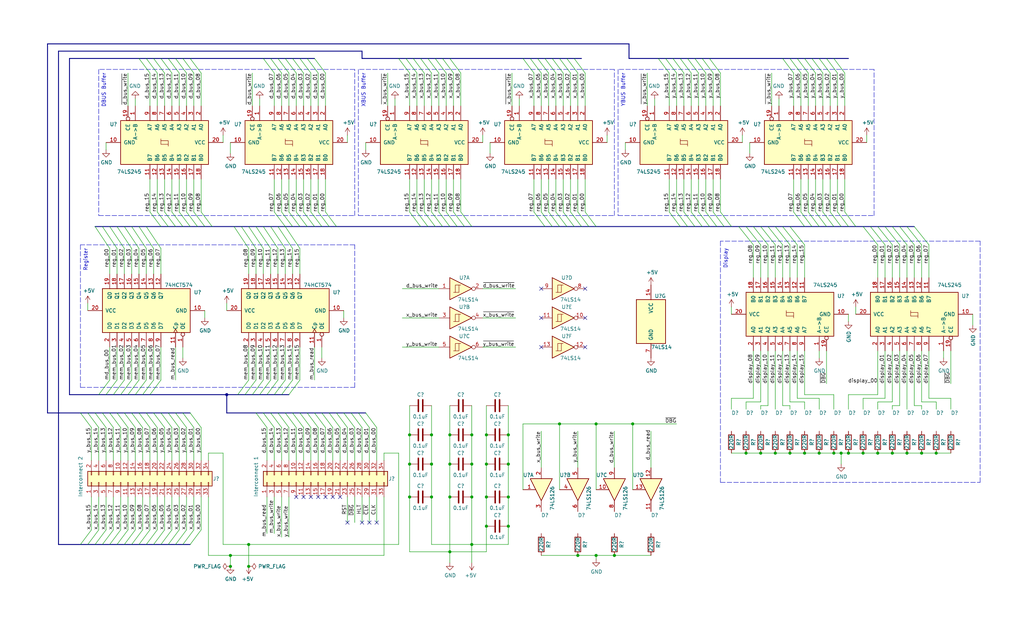
<source format=kicad_sch>
(kicad_sch (version 20211123) (generator eeschema)
  (paper "USLegal")
  (title_block (title "Constant Register Module") (date "2020-07-16") (rev "0.1"))
  (lib_symbols
    (symbol "74xx:74HCT574" (pin_names (offset 1.016))
      (property "Reference" "U" (at -7.62 16.51 0))
      (property "Value" "74HCT574" (at -7.62 -16.51 0))
      (symbol "74HCT574_1_0"
        (pin input inverted (at -12.7 -12.7 0) (length 5.08) (name "OE") (number "1"))
        (pin power_in line (at 0 -20.32 90) (length 5.08) (name "GND") (number "10"))
        (pin input clock (at -12.7 -10.16 0) (length 5.08) (name "Cp") (number "11"))
        (pin tri_state line (at 12.7 -5.08 180) (length 5.08) (name "Q7") (number "12"))
        (pin tri_state line (at 12.7 -2.54 180) (length 5.08) (name "Q6") (number "13"))
        (pin tri_state line (at 12.7 0 180) (length 5.08) (name "Q5") (number "14"))
        (pin tri_state line (at 12.7 2.54 180) (length 5.08) (name "Q4") (number "15"))
        (pin tri_state line (at 12.7 5.08 180) (length 5.08) (name "Q3") (number "16"))
        (pin tri_state line (at 12.7 7.62 180) (length 5.08) (name "Q2") (number "17"))
        (pin tri_state line (at 12.7 10.16 180) (length 5.08) (name "Q1") (number "18"))
        (pin tri_state line (at 12.7 12.7 180) (length 5.08) (name "Q0") (number "19"))
        (pin input line (at -12.7 12.7 0) (length 5.08) (name "D0") (number "2"))
        (pin power_in line (at 0 20.32 270) (length 5.08) (name "VCC") (number "20"))
        (pin input line (at -12.7 10.16 0) (length 5.08) (name "D1") (number "3"))
        (pin input line (at -12.7 7.62 0) (length 5.08) (name "D2") (number "4"))
        (pin input line (at -12.7 5.08 0) (length 5.08) (name "D3") (number "5"))
        (pin input line (at -12.7 2.54 0) (length 5.08) (name "D4") (number "6"))
        (pin input line (at -12.7 0 0) (length 5.08) (name "D5") (number "7"))
        (pin input line (at -12.7 -2.54 0) (length 5.08) (name "D6") (number "8"))
        (pin input line (at -12.7 -5.08 0) (length 5.08) (name "D7") (number "9"))
      )
    )
    (symbol "74xx:74LS126" (pin_names (offset 1.016))
      (property "Reference" "U" (at 0 1.27 0))
      (property "Value" "74LS126" (at 0 -1.27 0))
      (symbol "74LS126_1_0"
        (pin input line (at 0 -6.35 90) (length 4.445) (name "~") (number "1"))
        (pin input line (at -7.62 0 0) (length 3.81) (name "~") (number "2"))
        (pin tri_state line (at 7.62 0 180) (length 3.81) (name "~") (number "3"))
      )
      (symbol "74LS126_2_0"
        (pin input line (at 0 -6.35 90) (length 4.445) (name "~") (number "4"))
        (pin input line (at -7.62 0 0) (length 3.81) (name "~") (number "5"))
        (pin tri_state line (at 7.62 0 180) (length 3.81) (name "~") (number "6"))
      )
      (symbol "74LS126_3_0"
        (pin input line (at 0 -6.35 90) (length 4.445) (name "~") (number "10"))
        (pin tri_state line (at 7.62 0 180) (length 3.81) (name "~") (number "8"))
        (pin input line (at -7.62 0 0) (length 3.81) (name "~") (number "9"))
      )
      (symbol "74LS126_4_0"
        (pin tri_state line (at 7.62 0 180) (length 3.81) (name "~") (number "11"))
        (pin input line (at -7.62 0 0) (length 3.81) (name "~") (number "12"))
        (pin input line (at 0 -6.35 90) (length 4.445) (name "~") (number "13"))
      )
      (symbol "74LS126_5_0"
        (pin power_in line (at 0 12.7 270) (length 5.08) (name "VCC") (number "14"))
        (pin power_in line (at 0 -12.7 90) (length 5.08) (name "GND") (number "7"))
      )
    )
    (symbol "74xx:74LS14" (pin_names (offset 1.016))
      (property "Reference" "U" (at 0 1.27 0))
      (property "Value" "74LS14" (at 0 -1.27 0))
      (symbol "74LS14_1_0"
        (pin input line (at -7.62 0 0) (length 3.81) (name "~") (number "1"))
        (pin output inverted (at 7.62 0 180) (length 3.81) (name "~") (number "2"))
      )
      (symbol "74LS14_2_0"
        (pin input line (at -7.62 0 0) (length 3.81) (name "~") (number "3"))
        (pin output inverted (at 7.62 0 180) (length 3.81) (name "~") (number "4"))
      )
      (symbol "74LS14_3_0"
        (pin input line (at -7.62 0 0) (length 3.81) (name "~") (number "5"))
        (pin output inverted (at 7.62 0 180) (length 3.81) (name "~") (number "6"))
      )
      (symbol "74LS14_4_0"
        (pin output inverted (at 7.62 0 180) (length 3.81) (name "~") (number "8"))
        (pin input line (at -7.62 0 0) (length 3.81) (name "~") (number "9"))
      )
      (symbol "74LS14_5_0"
        (pin output inverted (at 7.62 0 180) (length 3.81) (name "~") (number "10"))
        (pin input line (at -7.62 0 0) (length 3.81) (name "~") (number "11"))
      )
      (symbol "74LS14_6_0"
        (pin output inverted (at 7.62 0 180) (length 3.81) (name "~") (number "12"))
        (pin input line (at -7.62 0 0) (length 3.81) (name "~") (number "13"))
      )
      (symbol "74LS14_7_0"
        (pin power_in line (at 0 12.7 270) (length 5.08) (name "VCC") (number "14"))
        (pin power_in line (at 0 -12.7 90) (length 5.08) (name "GND") (number "7"))
      )
    )
    (symbol "74xx:74LS245" (pin_names (offset 1.016))
      (property "Reference" "U" (at -7.62 16.51 0))
      (property "Value" "74LS245" (at -7.62 -16.51 0))
      (symbol "74LS245_1_0"
        (pin input line (at -12.7 -10.16 0) (length 5.08) (name "A->B") (number "1"))
        (pin power_in line (at 0 -20.32 90) (length 5.08) (name "GND") (number "10"))
        (pin tri_state line (at 12.7 -5.08 180) (length 5.08) (name "B7") (number "11"))
        (pin tri_state line (at 12.7 -2.54 180) (length 5.08) (name "B6") (number "12"))
        (pin tri_state line (at 12.7 0 180) (length 5.08) (name "B5") (number "13"))
        (pin tri_state line (at 12.7 2.54 180) (length 5.08) (name "B4") (number "14"))
        (pin tri_state line (at 12.7 5.08 180) (length 5.08) (name "B3") (number "15"))
        (pin tri_state line (at 12.7 7.62 180) (length 5.08) (name "B2") (number "16"))
        (pin tri_state line (at 12.7 10.16 180) (length 5.08) (name "B1") (number "17"))
        (pin tri_state line (at 12.7 12.7 180) (length 5.08) (name "B0") (number "18"))
        (pin input inverted (at -12.7 -12.7 0) (length 5.08) (name "CE") (number "19"))
        (pin tri_state line (at -12.7 12.7 0) (length 5.08) (name "A0") (number "2"))
        (pin power_in line (at 0 20.32 270) (length 5.08) (name "VCC") (number "20"))
        (pin tri_state line (at -12.7 10.16 0) (length 5.08) (name "A1") (number "3"))
        (pin tri_state line (at -12.7 7.62 0) (length 5.08) (name "A2") (number "4"))
        (pin tri_state line (at -12.7 5.08 0) (length 5.08) (name "A3") (number "5"))
        (pin tri_state line (at -12.7 2.54 0) (length 5.08) (name "A4") (number "6"))
        (pin tri_state line (at -12.7 0 0) (length 5.08) (name "A5") (number "7"))
        (pin tri_state line (at -12.7 -2.54 0) (length 5.08) (name "A6") (number "8"))
        (pin tri_state line (at -12.7 -5.08 0) (length 5.08) (name "A7") (number "9"))
      )
    )
    (symbol "Connector_Generic:Conn_02x17_Odd_Even" (pin_names (offset 1.016) hide)
      (property "Reference" "J" (at 1.27 22.86 0))
      (property "Value" "Conn_02x17_Odd_Even" (at 1.27 -22.86 0))
      (symbol "Conn_02x17_Odd_Even_1_1"
        (pin passive line (at -5.08 20.32 0) (length 3.81) (name "Pin_1") (number "1"))
        (pin passive line (at 7.62 10.16 180) (length 3.81) (name "Pin_10") (number "10"))
        (pin passive line (at -5.08 7.62 0) (length 3.81) (name "Pin_11") (number "11"))
        (pin passive line (at 7.62 7.62 180) (length 3.81) (name "Pin_12") (number "12"))
        (pin passive line (at -5.08 5.08 0) (length 3.81) (name "Pin_13") (number "13"))
        (pin passive line (at 7.62 5.08 180) (length 3.81) (name "Pin_14") (number "14"))
        (pin passive line (at -5.08 2.54 0) (length 3.81) (name "Pin_15") (number "15"))
        (pin passive line (at 7.62 2.54 180) (length 3.81) (name "Pin_16") (number "16"))
        (pin passive line (at -5.08 0 0) (length 3.81) (name "Pin_17") (number "17"))
        (pin passive line (at 7.62 0 180) (length 3.81) (name "Pin_18") (number "18"))
        (pin passive line (at -5.08 -2.54 0) (length 3.81) (name "Pin_19") (number "19"))
        (pin passive line (at 7.62 20.32 180) (length 3.81) (name "Pin_2") (number "2"))
        (pin passive line (at 7.62 -2.54 180) (length 3.81) (name "Pin_20") (number "20"))
        (pin passive line (at -5.08 -5.08 0) (length 3.81) (name "Pin_21") (number "21"))
        (pin passive line (at 7.62 -5.08 180) (length 3.81) (name "Pin_22") (number "22"))
        (pin passive line (at -5.08 -7.62 0) (length 3.81) (name "Pin_23") (number "23"))
        (pin passive line (at 7.62 -7.62 180) (length 3.81) (name "Pin_24") (number "24"))
        (pin passive line (at -5.08 -10.16 0) (length 3.81) (name "Pin_25") (number "25"))
        (pin passive line (at 7.62 -10.16 180) (length 3.81) (name "Pin_26") (number "26"))
        (pin passive line (at -5.08 -12.7 0) (length 3.81) (name "Pin_27") (number "27"))
        (pin passive line (at 7.62 -12.7 180) (length 3.81) (name "Pin_28") (number "28"))
        (pin passive line (at -5.08 -15.24 0) (length 3.81) (name "Pin_29") (number "29"))
        (pin passive line (at -5.08 17.78 0) (length 3.81) (name "Pin_3") (number "3"))
        (pin passive line (at 7.62 -15.24 180) (length 3.81) (name "Pin_30") (number "30"))
        (pin passive line (at -5.08 -17.78 0) (length 3.81) (name "Pin_31") (number "31"))
        (pin passive line (at 7.62 -17.78 180) (length 3.81) (name "Pin_32") (number "32"))
        (pin passive line (at -5.08 -20.32 0) (length 3.81) (name "Pin_33") (number "33"))
        (pin passive line (at 7.62 -20.32 180) (length 3.81) (name "Pin_34") (number "34"))
        (pin passive line (at 7.62 17.78 180) (length 3.81) (name "Pin_4") (number "4"))
        (pin passive line (at -5.08 15.24 0) (length 3.81) (name "Pin_5") (number "5"))
        (pin passive line (at 7.62 15.24 180) (length 3.81) (name "Pin_6") (number "6"))
        (pin passive line (at -5.08 12.7 0) (length 3.81) (name "Pin_7") (number "7"))
        (pin passive line (at 7.62 12.7 180) (length 3.81) (name "Pin_8") (number "8"))
        (pin passive line (at -5.08 10.16 0) (length 3.81) (name "Pin_9") (number "9"))
      )
    )
    (symbol "Device:C" (pin_numbers hide) (pin_names (offset 0.254))
      (property "Reference" "C" (at 0.635 2.54 0))
      (property "Value" "C" (at 0.635 -2.54 0))
      (symbol "C_1_1"
        (pin passive line (at 0 3.81 270) (length 2.794) (name "~") (number "1"))
        (pin passive line (at 0 -3.81 90) (length 2.794) (name "~") (number "2"))
      )
    )
    (symbol "Device:R" (pin_numbers hide) (pin_names (offset 0))
      (property "Reference" "R" (at 2.032 0 90))
      (property "Value" "R" (at 0 0 90))
      (symbol "R_1_1"
        (pin passive line (at 0 3.81 270) (length 1.27) (name "~") (number "1"))
        (pin passive line (at 0 -3.81 90) (length 1.27) (name "~") (number "2"))
      )
    )
    (symbol "power:+5V" (power) (pin_names (offset 0))
      (property "Value" "+5V" (at 0 3.556 0))
      (symbol "+5V_1_1"
        (pin power_in line (at 0 0 90) (length 0) hide (name "+5V") (number "1"))
      )
    )
    (symbol "power:GND" (power) (pin_names (offset 0))
      (property "Value" "GND" (at 0 -3.81 0))
      (symbol "GND_1_1"
        (pin power_in line (at 0 0 270) (length 0) hide (name "GND") (number "1"))
      )
    )
    (symbol "power:PWR_FLAG" (power) (pin_numbers hide) (pin_names (offset 0) hide)
      (property "Value" "PWR_FLAG" (at 0 3.81 0))
      (symbol "PWR_FLAG_0_0"
        (pin power_out line (at 0 0 90) (length 0) (name "pwr") (number "1"))
      )
    )
  )
  (junction (at 149.86 151.13))
  (junction (at 274.32 157.48))
  (junction (at 320.04 157.48))
  (junction (at 86.36 196.85))
  (junction (at 194.31 147.32))
  (junction (at 156.21 191.77))
  (junction (at 309.88 157.48))
  (junction (at 200.66 193.04))
  (junction (at 219.71 147.32))
  (junction (at 142.24 161.29))
  (junction (at 80.01 193.04))
  (junction (at 299.72 157.48))
  (junction (at 264.16 157.48))
  (junction (at 176.53 172.72))
  (junction (at 325.12 157.48))
  (junction (at 163.83 172.72))
  (junction (at 142.24 172.72))
  (junction (at 149.86 161.29))
  (junction (at 176.53 182.88))
  (junction (at 142.24 151.13))
  (junction (at 163.83 161.29))
  (junction (at 292.1 157.48))
  (junction (at 168.91 161.29))
  (junction (at 168.91 172.72))
  (junction (at 156.21 161.29))
  (junction (at 80.01 196.85))
  (junction (at 163.83 151.13))
  (junction (at 314.96 157.48))
  (junction (at 304.8 157.48))
  (junction (at 279.4 157.48))
  (junction (at 78.74 137.16))
  (junction (at 163.83 189.23))
  (junction (at 213.36 193.04))
  (junction (at 294.64 157.48))
  (junction (at 259.08 157.48))
  (junction (at 207.01 147.32))
  (junction (at 168.91 182.88))
  (junction (at 269.24 157.48))
  (junction (at 149.86 172.72))
  (junction (at 207.01 193.04))
  (junction (at 168.91 151.13))
  (junction (at 156.21 151.13))
  (junction (at 156.21 172.72))
  (junction (at 289.56 157.48))
  (junction (at 176.53 161.29))
  (junction (at 176.53 151.13))
  (junction (at 86.36 189.23))
  (junction (at 284.48 157.48))
  (no_connect (at 107.95 172.72))
  (no_connect (at 105.41 172.72))
  (no_connect (at 128.27 181.61))
  (no_connect (at 203.2 100.33))
  (no_connect (at 115.57 172.72))
  (no_connect (at 118.11 172.72))
  (no_connect (at 130.81 181.61))
  (no_connect (at 102.87 172.72))
  (no_connect (at 125.73 181.61))
  (no_connect (at 120.65 181.61))
  (no_connect (at 187.96 120.65))
  (no_connect (at 203.2 120.65))
  (no_connect (at 203.2 110.49))
  (no_connect (at 110.49 172.72))
  (no_connect (at 187.96 100.33))
  (no_connect (at 187.96 110.49))
  (no_connect (at 113.03 172.72))
  (wire (pts (xy 299.72 138.43) (xy 307.34 138.43)))
  (wire (pts (xy 99.06 86.36) (xy 93.98 78.74)))
  (wire (pts (xy 59.69 184.15) (xy 55.88 189.23)))
  (wire (pts (xy 105.41 62.23) (xy 105.41 73.66)))
  (wire (pts (xy 109.22 120.65) (xy 109.22 132.08)))
  (wire (pts (xy 156.21 140.97) (xy 156.21 151.13)))
  (wire (pts (xy 242.57 25.4) (xy 238.76 20.32)))
  (wire (pts (xy 185.42 25.4) (xy 181.61 20.32)))
  (polyline (pts (xy 303.53 24.13) (xy 214.63 24.13)))
  (wire (pts (xy 64.77 36.83) (xy 64.77 25.4)))
  (wire (pts (xy 288.29 36.83) (xy 288.29 25.4)))
  (wire (pts (xy 337.82 113.03) (xy 337.82 109.22)))
  (wire (pts (xy 62.23 184.15) (xy 58.42 189.23)))
  (wire (pts (xy 107.95 62.23) (xy 107.95 73.66)))
  (wire (pts (xy 187.96 25.4) (xy 184.15 20.32)))
  (wire (pts (xy 120.65 46.99) (xy 120.65 49.53)))
  (wire (pts (xy 95.25 148.59) (xy 91.44 143.51)))
  (wire (pts (xy 247.65 73.66) (xy 251.46 78.74)))
  (wire (pts (xy 160.02 36.83) (xy 160.02 25.4)))
  (wire (pts (xy 274.32 96.52) (xy 274.32 85.09)))
  (wire (pts (xy 59.69 25.4) (xy 55.88 20.32)))
  (wire (pts (xy 194.31 147.32) (xy 194.31 170.18)))
  (wire (pts (xy 62.23 62.23) (xy 62.23 73.66)))
  (wire (pts (xy 276.86 96.52) (xy 276.86 85.09)))
  (wire (pts (xy 176.53 140.97) (xy 176.53 151.13)))
  (wire (pts (xy 203.2 36.83) (xy 203.2 25.4)))
  (wire (pts (xy 88.9 95.25) (xy 88.9 86.36)))
  (wire (pts (xy 127 52.07) (xy 127 49.53)))
  (polyline (pts (xy 27.94 134.62) (xy 123.19 134.62)))
  (wire (pts (xy 54.61 25.4) (xy 50.8 20.32)))
  (wire (pts (xy 54.61 184.15) (xy 50.8 189.23)))
  (wire (pts (xy 46.99 148.59) (xy 43.18 143.51)))
  (wire (pts (xy 57.15 36.83) (xy 57.15 25.4)))
  (wire (pts (xy 285.75 36.83) (xy 285.75 25.4)))
  (wire (pts (xy 48.26 86.36) (xy 43.18 78.74)))
  (wire (pts (xy 144.78 36.83) (xy 144.78 25.4)))
  (wire (pts (xy 36.83 52.07) (xy 36.83 49.53)))
  (wire (pts (xy 304.8 121.92) (xy 304.8 137.16)))
  (wire (pts (xy 95.25 160.02) (xy 95.25 148.59)))
  (wire (pts (xy 99.06 132.08) (xy 95.25 137.16)))
  (wire (pts (xy 100.33 172.72) (xy 100.33 186.69)))
  (wire (pts (xy 43.18 132.08) (xy 39.37 137.16)))
  (wire (pts (xy 96.52 95.25) (xy 96.52 86.36)))
  (wire (pts (xy 219.71 170.18) (xy 219.71 147.32)))
  (wire (pts (xy 96.52 132.08) (xy 92.71 137.16)))
  (wire (pts (xy 283.21 36.83) (xy 283.21 25.4)))
  (wire (pts (xy 163.83 161.29) (xy 163.83 172.72)))
  (wire (pts (xy 100.33 62.23) (xy 100.33 73.66)))
  (wire (pts (xy 100.33 36.83) (xy 100.33 25.4)))
  (wire (pts (xy 86.36 95.25) (xy 86.36 86.36)))
  (wire (pts (xy 144.78 73.66) (xy 148.59 78.74)))
  (wire (pts (xy 107.95 148.59) (xy 104.14 143.51)))
  (wire (pts (xy 274.32 142.24) (xy 274.32 140.97)))
  (polyline (pts (xy 123.19 134.62) (xy 123.19 85.09)))
  (wire (pts (xy 134.62 36.83) (xy 134.62 25.4)))
  (wire (pts (xy 270.51 34.29) (xy 270.51 36.83)))
  (wire (pts (xy 266.7 78.74) (xy 271.78 85.09)))
  (wire (pts (xy 41.91 172.72) (xy 41.91 184.15)))
  (bus (pts (xy 218.44 15.24) (xy 16.51 15.24)))
  (wire (pts (xy 97.79 148.59) (xy 93.98 143.51)))
  (wire (pts (xy 269.24 121.92) (xy 269.24 142.24)))
  (polyline (pts (xy 213.36 74.93) (xy 213.36 24.13)))
  (polyline (pts (xy 214.63 24.13) (xy 214.63 74.93)))
  (wire (pts (xy 276.86 121.92) (xy 276.86 138.43)))
  (wire (pts (xy 254 142.24) (xy 254 138.43)))
  (wire (pts (xy 62.23 172.72) (xy 62.23 184.15)))
  (wire (pts (xy 314.96 78.74) (xy 320.04 85.09)))
  (wire (pts (xy 54.61 36.83) (xy 54.61 25.4)))
  (wire (pts (xy 312.42 121.92) (xy 312.42 140.97)))
  (wire (pts (xy 266.7 96.52) (xy 266.7 85.09)))
  (wire (pts (xy 240.03 25.4) (xy 236.22 20.32)))
  (wire (pts (xy 309.88 121.92) (xy 309.88 139.7)))
  (wire (pts (xy 43.18 95.25) (xy 43.18 86.36)))
  (wire (pts (xy 245.11 73.66) (xy 248.92 78.74)))
  (wire (pts (xy 154.94 36.83) (xy 154.94 25.4)))
  (wire (pts (xy 250.19 62.23) (xy 250.19 73.66)))
  (wire (pts (xy 285.75 25.4) (xy 281.94 20.32)))
  (wire (pts (xy 34.29 160.02) (xy 34.29 148.59)))
  (wire (pts (xy 105.41 36.83) (xy 105.41 25.4)))
  (wire (pts (xy 130.81 148.59) (xy 127 143.51)))
  (wire (pts (xy 36.83 184.15) (xy 33.02 189.23)))
  (wire (pts (xy 152.4 73.66) (xy 156.21 78.74)))
  (wire (pts (xy 142.24 151.13) (xy 142.24 161.29)))
  (wire (pts (xy 200.66 73.66) (xy 204.47 78.74)))
  (wire (pts (xy 304.8 137.16) (xy 294.64 137.16)))
  (wire (pts (xy 226.06 149.86) (xy 226.06 162.56)))
  (wire (pts (xy 279.4 157.48) (xy 274.32 157.48)))
  (wire (pts (xy 72.39 172.72) (xy 72.39 193.04)))
  (polyline (pts (xy 124.46 24.13) (xy 124.46 74.93)))
  (wire (pts (xy 107.95 73.66) (xy 111.76 78.74)))
  (wire (pts (xy 52.07 73.66) (xy 55.88 78.74)))
  (wire (pts (xy 156.21 172.72) (xy 156.21 191.77)))
  (wire (pts (xy 52.07 160.02) (xy 52.07 148.59)))
  (bus (pts (xy 78.74 137.16) (xy 78.74 143.51)))
  (wire (pts (xy 195.58 62.23) (xy 195.58 73.66)))
  (wire (pts (xy 100.33 148.59) (xy 96.52 143.51)))
  (wire (pts (xy 307.34 78.74) (xy 312.42 85.09)))
  (wire (pts (xy 237.49 73.66) (xy 241.3 78.74)))
  (bus (pts (xy 33.02 78.74) (xy 317.5 78.74)))
  (wire (pts (xy 271.78 78.74) (xy 276.86 85.09)))
  (wire (pts (xy 264.16 140.97) (xy 264.16 142.24)))
  (wire (pts (xy 247.65 62.23) (xy 247.65 73.66)))
  (wire (pts (xy 185.42 73.66) (xy 189.23 78.74)))
  (wire (pts (xy 69.85 62.23) (xy 69.85 73.66)))
  (wire (pts (xy 96.52 120.65) (xy 96.52 132.08)))
  (wire (pts (xy 64.77 172.72) (xy 64.77 184.15)))
  (wire (pts (xy 97.79 73.66) (xy 101.6 78.74)))
  (wire (pts (xy 125.73 160.02) (xy 125.73 148.59)))
  (wire (pts (xy 289.56 137.16) (xy 289.56 142.24)))
  (wire (pts (xy 69.85 160.02) (xy 69.85 148.59)))
  (wire (pts (xy 160.02 62.23) (xy 160.02 73.66)))
  (wire (pts (xy 290.83 73.66) (xy 294.64 78.74)))
  (wire (pts (xy 95.25 172.72) (xy 95.25 185.42)))
  (wire (pts (xy 309.88 96.52) (xy 309.88 85.09)))
  (wire (pts (xy 195.58 73.66) (xy 199.39 78.74)))
  (wire (pts (xy 54.61 160.02) (xy 54.61 148.59)))
  (wire (pts (xy 177.8 36.83) (xy 177.8 25.4)))
  (wire (pts (xy 77.47 189.23) (xy 77.47 157.48)))
  (wire (pts (xy 193.04 36.83) (xy 193.04 25.4)))
  (wire (pts (xy 39.37 172.72) (xy 39.37 184.15)))
  (wire (pts (xy 245.11 25.4) (xy 241.3 20.32)))
  (wire (pts (xy 264.16 157.48) (xy 259.08 157.48)))
  (wire (pts (xy 36.83 160.02) (xy 36.83 148.59)))
  (wire (pts (xy 190.5 36.83) (xy 190.5 25.4)))
  (wire (pts (xy 59.69 148.59) (xy 55.88 143.51)))
  (wire (pts (xy 45.72 86.36) (xy 40.64 78.74)))
  (wire (pts (xy 260.35 53.34) (xy 260.35 49.53)))
  (bus (pts (xy 78.74 143.51) (xy 127 143.51)))
  (wire (pts (xy 115.57 148.59) (xy 111.76 143.51)))
  (wire (pts (xy 264.16 78.74) (xy 269.24 85.09)))
  (wire (pts (xy 157.48 25.4) (xy 153.67 20.32)))
  (wire (pts (xy 86.36 189.23) (xy 86.36 196.85)))
  (wire (pts (xy 266.7 121.92) (xy 266.7 140.97)))
  (wire (pts (xy 59.69 73.66) (xy 63.5 78.74)))
  (wire (pts (xy 60.96 120.65) (xy 60.96 132.08)))
  (wire (pts (xy 111.76 124.46) (xy 111.76 120.65)))
  (wire (pts (xy 264.16 139.7) (xy 259.08 139.7)))
  (wire (pts (xy 67.31 148.59) (xy 63.5 143.51)))
  (wire (pts (xy 280.67 36.83) (xy 280.67 25.4)))
  (wire (pts (xy 64.77 62.23) (xy 64.77 73.66)))
  (wire (pts (xy 200.66 36.83) (xy 200.66 25.4)))
  (wire (pts (xy 102.87 25.4) (xy 99.06 20.32)))
  (wire (pts (xy 304.8 139.7) (xy 304.8 142.24)))
  (wire (pts (xy 152.4 36.83) (xy 152.4 25.4)))
  (wire (pts (xy 240.03 36.83) (xy 240.03 25.4)))
  (wire (pts (xy 55.88 120.65) (xy 55.88 132.08)))
  (wire (pts (xy 259.08 157.48) (xy 254 157.48)))
  (wire (pts (xy 123.19 160.02) (xy 123.19 148.59)))
  (bus (pts (xy 20.32 17.78) (xy 20.32 189.23)))
  (wire (pts (xy 78.74 105.41) (xy 78.74 107.95)))
  (bus (pts (xy 66.04 143.51) (xy 16.51 143.51)))
  (wire (pts (xy 237.49 25.4) (xy 233.68 20.32)))
  (wire (pts (xy 41.91 160.02) (xy 41.91 148.59)))
  (wire (pts (xy 320.04 121.92) (xy 320.04 139.7)))
  (polyline (pts (xy 123.19 24.13) (xy 34.29 24.13)))
  (wire (pts (xy 160.02 73.66) (xy 163.83 78.74)))
  (wire (pts (xy 198.12 62.23) (xy 198.12 73.66)))
  (wire (pts (xy 62.23 36.83) (xy 62.23 25.4)))
  (wire (pts (xy 102.87 62.23) (xy 102.87 73.66)))
  (wire (pts (xy 49.53 160.02) (xy 49.53 148.59)))
  (wire (pts (xy 152.4 25.4) (xy 148.59 20.32)))
  (wire (pts (xy 257.81 46.99) (xy 257.81 49.53)))
  (wire (pts (xy 307.34 96.52) (xy 307.34 85.09)))
  (wire (pts (xy 264.16 96.52) (xy 264.16 85.09)))
  (wire (pts (xy 57.15 148.59) (xy 53.34 143.51)))
  (wire (pts (xy 187.96 162.56) (xy 187.96 149.86)))
  (wire (pts (xy 92.71 160.02) (xy 92.71 148.59)))
  (wire (pts (xy 234.95 73.66) (xy 238.76 78.74)))
  (wire (pts (xy 64.77 184.15) (xy 60.96 189.23)))
  (wire (pts (xy 53.34 132.08) (xy 49.53 137.16)))
  (wire (pts (xy 232.41 25.4) (xy 228.6 20.32)))
  (wire (pts (xy 100.33 160.02) (xy 100.33 148.59)))
  (wire (pts (xy 190.5 25.4) (xy 186.69 20.32)))
  (wire (pts (xy 168.91 182.88) (xy 168.91 191.77)))
  (wire (pts (xy 274.32 157.48) (xy 269.24 157.48)))
  (wire (pts (xy 237.49 62.23) (xy 237.49 73.66)))
  (wire (pts (xy 48.26 132.08) (xy 44.45 137.16)))
  (wire (pts (xy 43.18 120.65) (xy 43.18 132.08)))
  (wire (pts (xy 101.6 132.08) (xy 97.79 137.16)))
  (polyline (pts (xy 250.19 83.82) (xy 250.19 167.64)))
  (wire (pts (xy 279.4 137.16) (xy 289.56 137.16)))
  (wire (pts (xy 309.88 139.7) (xy 304.8 139.7)))
  (wire (pts (xy 283.21 62.23) (xy 283.21 73.66)))
  (wire (pts (xy 52.07 25.4) (xy 48.26 20.32)))
  (wire (pts (xy 110.49 73.66) (xy 114.3 78.74)))
  (wire (pts (xy 67.31 160.02) (xy 67.31 148.59)))
  (wire (pts (xy 309.88 140.97) (xy 312.42 140.97)))
  (wire (pts (xy 115.57 160.02) (xy 115.57 148.59)))
  (wire (pts (xy 110.49 160.02) (xy 110.49 148.59)))
  (wire (pts (xy 41.91 184.15) (xy 38.1 189.23)))
  (wire (pts (xy 259.08 139.7) (xy 259.08 142.24)))
  (wire (pts (xy 179.07 110.49) (xy 167.64 110.49)))
  (wire (pts (xy 105.41 25.4) (xy 101.6 20.32)))
  (wire (pts (xy 293.37 62.23) (xy 293.37 73.66)))
  (wire (pts (xy 50.8 132.08) (xy 46.99 137.16)))
  (wire (pts (xy 280.67 62.23) (xy 280.67 73.66)))
  (wire (pts (xy 322.58 96.52) (xy 322.58 85.09)))
  (bus (pts (xy 125.73 20.32) (xy 125.73 17.78)))
  (wire (pts (xy 43.18 86.36) (xy 38.1 78.74)))
  (wire (pts (xy 30.48 105.41) (xy 30.48 107.95)))
  (wire (pts (xy 325.12 142.24) (xy 325.12 139.7)))
  (bus (pts (xy 294.64 20.32) (xy 218.44 20.32)))
  (wire (pts (xy 168.91 140.97) (xy 168.91 151.13)))
  (wire (pts (xy 269.24 157.48) (xy 264.16 157.48)))
  (wire (pts (xy 128.27 148.59) (xy 124.46 143.51)))
  (wire (pts (xy 40.64 95.25) (xy 40.64 86.36)))
  (wire (pts (xy 200.66 62.23) (xy 200.66 73.66)))
  (wire (pts (xy 320.04 140.97) (xy 320.04 142.24)))
  (wire (pts (xy 217.17 52.07) (xy 217.17 49.53)))
  (wire (pts (xy 317.5 121.92) (xy 317.5 140.97)))
  (wire (pts (xy 48.26 95.25) (xy 48.26 86.36)))
  (wire (pts (xy 69.85 172.72) (xy 69.85 184.15)))
  (wire (pts (xy 62.23 148.59) (xy 58.42 143.51)))
  (wire (pts (xy 254 138.43) (xy 261.62 138.43)))
  (polyline (pts (xy 250.19 167.64) (xy 340.36 167.64)))
  (wire (pts (xy 256.54 78.74) (xy 261.62 85.09)))
  (wire (pts (xy 163.83 172.72) (xy 163.83 189.23)))
  (wire (pts (xy 198.12 73.66) (xy 201.93 78.74)))
  (wire (pts (xy 57.15 160.02) (xy 57.15 148.59)))
  (wire (pts (xy 144.78 62.23) (xy 144.78 73.66)))
  (wire (pts (xy 31.75 148.59) (xy 27.94 143.51)))
  (wire (pts (xy 53.34 95.25) (xy 53.34 86.36)))
  (wire (pts (xy 59.69 172.72) (xy 59.69 184.15)))
  (wire (pts (xy 120.65 160.02) (xy 120.65 148.59)))
  (wire (pts (xy 259.08 78.74) (xy 264.16 85.09)))
  (bus (pts (xy 78.74 137.16) (xy 100.33 137.16)))
  (wire (pts (xy 187.96 73.66) (xy 191.77 78.74)))
  (bus (pts (xy 20.32 189.23) (xy 66.04 189.23)))
  (wire (pts (xy 219.71 147.32) (xy 207.01 147.32)))
  (wire (pts (xy 269.24 78.74) (xy 274.32 85.09)))
  (wire (pts (xy 38.1 132.08) (xy 34.29 137.16)))
  (wire (pts (xy 44.45 184.15) (xy 40.64 189.23)))
  (wire (pts (xy 110.49 62.23) (xy 110.49 73.66)))
  (wire (pts (xy 317.5 96.52) (xy 317.5 85.09)))
  (wire (pts (xy 125.73 181.61) (xy 125.73 172.72)))
  (wire (pts (xy 95.25 25.4) (xy 91.44 20.32)))
  (wire (pts (xy 97.79 172.72) (xy 97.79 186.69)))
  (wire (pts (xy 157.48 36.83) (xy 157.48 25.4)))
  (wire (pts (xy 93.98 132.08) (xy 90.17 137.16)))
  (wire (pts (xy 156.21 191.77) (xy 142.24 191.77)))
  (wire (pts (xy 266.7 140.97) (xy 264.16 140.97)))
  (wire (pts (xy 234.95 25.4) (xy 231.14 20.32)))
  (wire (pts (xy 193.04 62.23) (xy 193.04 73.66)))
  (wire (pts (xy 54.61 172.72) (xy 54.61 184.15)))
  (wire (pts (xy 96.52 86.36) (xy 91.44 78.74)))
  (wire (pts (xy 142.24 36.83) (xy 142.24 25.4)))
  (wire (pts (xy 278.13 36.83) (xy 278.13 25.4)))
  (wire (pts (xy 152.4 110.49) (xy 139.7 110.49)))
  (wire (pts (xy 93.98 95.25) (xy 93.98 86.36)))
  (wire (pts (xy 99.06 95.25) (xy 99.06 86.36)))
  (wire (pts (xy 285.75 73.66) (xy 289.56 78.74)))
  (wire (pts (xy 101.6 95.25) (xy 101.6 86.36)))
  (wire (pts (xy 320.04 96.52) (xy 320.04 85.09)))
  (wire (pts (xy 105.41 148.59) (xy 101.6 143.51)))
  (wire (pts (xy 200.66 162.56) (xy 200.66 149.86)))
  (wire (pts (xy 237.49 36.83) (xy 237.49 25.4)))
  (wire (pts (xy 137.16 34.29) (xy 137.16 36.83)))
  (wire (pts (xy 38.1 120.65) (xy 38.1 132.08)))
  (wire (pts (xy 138.43 189.23) (xy 138.43 157.48)))
  (wire (pts (xy 138.43 157.48) (xy 133.35 157.48)))
  (wire (pts (xy 168.91 172.72) (xy 168.91 182.88)))
  (wire (pts (xy 278.13 62.23) (xy 278.13 73.66)))
  (wire (pts (xy 110.49 25.4) (xy 106.68 20.32)))
  (wire (pts (xy 193.04 73.66) (xy 196.85 78.74)))
  (wire (pts (xy 157.48 62.23) (xy 157.48 73.66)))
  (wire (pts (xy 279.4 142.24) (xy 279.4 139.7)))
  (wire (pts (xy 69.85 25.4) (xy 66.04 20.32)))
  (polyline (pts (xy 27.94 85.09) (xy 27.94 134.62)))
  (wire (pts (xy 275.59 62.23) (xy 275.59 73.66)))
  (wire (pts (xy 100.33 25.4) (xy 96.52 20.32)))
  (wire (pts (xy 46.99 34.29) (xy 46.99 36.83)))
  (wire (pts (xy 113.03 25.4) (xy 109.22 20.32)))
  (wire (pts (xy 325.12 157.48) (xy 320.04 157.48)))
  (wire (pts (xy 46.99 160.02) (xy 46.99 148.59)))
  (wire (pts (xy 100.33 73.66) (xy 104.14 78.74)))
  (wire (pts (xy 46.99 172.72) (xy 46.99 184.15)))
  (wire (pts (xy 279.4 121.92) (xy 279.4 137.16)))
  (wire (pts (xy 50.8 95.25) (xy 50.8 86.36)))
  (wire (pts (xy 55.88 132.08) (xy 52.07 137.16)))
  (wire (pts (xy 54.61 62.23) (xy 54.61 73.66)))
  (wire (pts (xy 80.01 193.04) (xy 80.01 196.85)))
  (wire (pts (xy 180.34 34.29) (xy 180.34 36.83)))
  (wire (pts (xy 149.86 151.13) (xy 149.86 140.97)))
  (wire (pts (xy 48.26 120.65) (xy 48.26 132.08)))
  (wire (pts (xy 88.9 132.08) (xy 85.09 137.16)))
  (wire (pts (xy 63.5 124.46) (xy 63.5 120.65)))
  (wire (pts (xy 128.27 160.02) (xy 128.27 148.59)))
  (bus (pts (xy 125.73 20.32) (xy 201.93 20.32)))
  (polyline (pts (xy 303.53 74.93) (xy 303.53 24.13)))
  (wire (pts (xy 185.42 36.83) (xy 185.42 25.4)))
  (wire (pts (xy 130.81 160.02) (xy 130.81 148.59)))
  (wire (pts (xy 142.24 172.72) (xy 142.24 191.77)))
  (wire (pts (xy 138.43 189.23) (xy 86.36 189.23)))
  (wire (pts (xy 327.66 124.46) (xy 327.66 121.92)))
  (wire (pts (xy 234.95 62.23) (xy 234.95 73.66)))
  (wire (pts (xy 49.53 184.15) (xy 45.72 189.23)))
  (wire (pts (xy 152.4 62.23) (xy 152.4 73.66)))
  (wire (pts (xy 39.37 184.15) (xy 35.56 189.23)))
  (wire (pts (xy 147.32 25.4) (xy 143.51 20.32)))
  (wire (pts (xy 72.39 157.48) (xy 72.39 160.02)))
  (wire (pts (xy 144.78 25.4) (xy 140.97 20.32)))
  (wire (pts (xy 149.86 25.4) (xy 146.05 20.32)))
  (wire (pts (xy 176.53 151.13) (xy 176.53 161.29)))
  (wire (pts (xy 45.72 120.65) (xy 45.72 132.08)))
  (wire (pts (xy 190.5 73.66) (xy 194.31 78.74)))
  (wire (pts (xy 86.36 86.36) (xy 81.28 78.74)))
  (wire (pts (xy 147.32 62.23) (xy 147.32 73.66)))
  (wire (pts (xy 149.86 189.23) (xy 149.86 172.72)))
  (wire (pts (xy 302.26 78.74) (xy 307.34 85.09)))
  (wire (pts (xy 207.01 147.32) (xy 194.31 147.32)))
  (wire (pts (xy 294.64 111.76) (xy 294.64 109.22)))
  (wire (pts (xy 280.67 25.4) (xy 276.86 20.32)))
  (wire (pts (xy 275.59 73.66) (xy 279.4 78.74)))
  (wire (pts (xy 113.03 148.59) (xy 109.22 143.51)))
  (wire (pts (xy 320.04 157.48) (xy 314.96 157.48)))
  (wire (pts (xy 45.72 95.25) (xy 45.72 86.36)))
  (wire (pts (xy 57.15 73.66) (xy 60.96 78.74)))
  (wire (pts (xy 54.61 73.66) (xy 58.42 78.74)))
  (wire (pts (xy 187.96 62.23) (xy 187.96 73.66)))
  (wire (pts (xy 80.01 193.04) (xy 133.35 193.04)))
  (wire (pts (xy 289.56 157.48) (xy 284.48 157.48)))
  (wire (pts (xy 57.15 184.15) (xy 53.34 189.23)))
  (wire (pts (xy 163.83 151.13) (xy 163.83 161.29)))
  (wire (pts (xy 193.04 25.4) (xy 189.23 20.32)))
  (wire (pts (xy 290.83 36.83) (xy 290.83 25.4)))
  (wire (pts (xy 234.95 36.83) (xy 234.95 25.4)))
  (wire (pts (xy 288.29 25.4) (xy 284.48 20.32)))
  (wire (pts (xy 157.48 73.66) (xy 161.29 78.74)))
  (wire (pts (xy 170.18 53.34) (xy 170.18 49.53)))
  (wire (pts (xy 245.11 36.83) (xy 245.11 25.4)))
  (wire (pts (xy 113.03 160.02) (xy 113.03 148.59)))
  (wire (pts (xy 232.41 62.23) (xy 232.41 73.66)))
  (wire (pts (xy 156.21 161.29) (xy 156.21 172.72)))
  (wire (pts (xy 102.87 73.66) (xy 106.68 78.74)))
  (wire (pts (xy 107.95 160.02) (xy 107.95 148.59)))
  (wire (pts (xy 232.41 73.66) (xy 236.22 78.74)))
  (wire (pts (xy 107.95 36.83) (xy 107.95 25.4)))
  (polyline (pts (xy 34.29 24.13) (xy 34.29 74.93)))
  (wire (pts (xy 154.94 73.66) (xy 158.75 78.74)))
  (polyline (pts (xy 34.29 74.93) (xy 123.19 74.93)))
  (bus (pts (xy 24.13 20.32) (xy 109.22 20.32)))
  (wire (pts (xy 118.11 148.59) (xy 114.3 143.51)))
  (wire (pts (xy 317.5 78.74) (xy 322.58 85.09)))
  (wire (pts (xy 67.31 172.72) (xy 67.31 184.15)))
  (wire (pts (xy 187.96 36.83) (xy 187.96 25.4)))
  (wire (pts (xy 224.79 36.83) (xy 224.79 25.4)))
  (wire (pts (xy 86.36 120.65) (xy 86.36 132.08)))
  (wire (pts (xy 309.88 78.74) (xy 314.96 85.09)))
  (wire (pts (xy 34.29 172.72) (xy 34.29 184.15)))
  (wire (pts (xy 304.8 78.74) (xy 309.88 85.09)))
  (wire (pts (xy 54.61 148.59) (xy 50.8 143.51)))
  (wire (pts (xy 325.12 139.7) (xy 320.04 139.7)))
  (wire (pts (xy 133.35 193.04) (xy 133.35 172.72)))
  (wire (pts (xy 105.41 160.02) (xy 105.41 148.59)))
  (wire (pts (xy 91.44 132.08) (xy 87.63 137.16)))
  (wire (pts (xy 123.19 148.59) (xy 119.38 143.51)))
  (wire (pts (xy 149.86 36.83) (xy 149.86 25.4)))
  (wire (pts (xy 309.88 157.48) (xy 304.8 157.48)))
  (wire (pts (xy 80.01 53.34) (xy 80.01 49.53)))
  (wire (pts (xy 207.01 193.04) (xy 213.36 193.04)))
  (wire (pts (xy 113.03 36.83) (xy 113.03 25.4)))
  (wire (pts (xy 31.75 160.02) (xy 31.75 148.59)))
  (wire (pts (xy 110.49 148.59) (xy 106.68 143.51)))
  (wire (pts (xy 142.24 62.23) (xy 142.24 73.66)))
  (wire (pts (xy 69.85 184.15) (xy 66.04 189.23)))
  (wire (pts (xy 227.33 34.29) (xy 227.33 36.83)))
  (wire (pts (xy 292.1 157.48) (xy 292.1 161.29)))
  (wire (pts (xy 163.83 195.58) (xy 163.83 189.23)))
  (wire (pts (xy 104.14 132.08) (xy 100.33 137.16)))
  (wire (pts (xy 210.82 46.99) (xy 210.82 49.53)))
  (wire (pts (xy 86.36 132.08) (xy 82.55 137.16)))
  (wire (pts (xy 104.14 95.25) (xy 104.14 86.36)))
  (wire (pts (xy 200.66 193.04) (xy 207.01 193.04)))
  (wire (pts (xy 118.11 160.02) (xy 118.11 148.59)))
  (polyline (pts (xy 340.36 83.82) (xy 250.19 83.82)))
  (wire (pts (xy 250.19 36.83) (xy 250.19 25.4)))
  (wire (pts (xy 275.59 36.83) (xy 275.59 25.4)))
  (wire (pts (xy 271.78 121.92) (xy 271.78 140.97)))
  (wire (pts (xy 104.14 120.65) (xy 104.14 132.08)))
  (wire (pts (xy 280.67 73.66) (xy 284.48 78.74)))
  (wire (pts (xy 274.32 140.97) (xy 271.78 140.97)))
  (wire (pts (xy 160.02 25.4) (xy 156.21 20.32)))
  (wire (pts (xy 156.21 191.77) (xy 168.91 191.77)))
  (polyline (pts (xy 124.46 74.93) (xy 213.36 74.93)))
  (polyline (pts (xy 214.63 74.93) (xy 303.53 74.93)))
  (wire (pts (xy 261.62 96.52) (xy 261.62 85.09)))
  (polyline (pts (xy 123.19 74.93) (xy 123.19 24.13)))
  (wire (pts (xy 283.21 25.4) (xy 279.4 20.32)))
  (wire (pts (xy 203.2 73.66) (xy 207.01 78.74)))
  (wire (pts (xy 190.5 62.23) (xy 190.5 73.66)))
  (wire (pts (xy 232.41 36.83) (xy 232.41 25.4)))
  (wire (pts (xy 36.83 172.72) (xy 36.83 184.15)))
  (wire (pts (xy 290.83 62.23) (xy 290.83 73.66)))
  (wire (pts (xy 250.19 73.66) (xy 254 78.74)))
  (wire (pts (xy 152.4 120.65) (xy 139.7 120.65)))
  (wire (pts (xy 240.03 73.66) (xy 243.84 78.74)))
  (wire (pts (xy 38.1 86.36) (xy 33.02 78.74)))
  (wire (pts (xy 149.86 62.23) (xy 149.86 73.66)))
  (wire (pts (xy 77.47 46.99) (xy 77.47 49.53)))
  (wire (pts (xy 57.15 62.23) (xy 57.15 73.66)))
  (wire (pts (xy 88.9 120.65) (xy 88.9 132.08)))
  (wire (pts (xy 77.47 157.48) (xy 72.39 157.48)))
  (wire (pts (xy 288.29 73.66) (xy 292.1 78.74)))
  (wire (pts (xy 154.94 62.23) (xy 154.94 73.66)))
  (wire (pts (xy 93.98 86.36) (xy 88.9 78.74)))
  (wire (pts (xy 167.64 100.33) (xy 179.07 100.33)))
  (wire (pts (xy 113.03 62.23) (xy 113.03 73.66)))
  (wire (pts (xy 267.97 36.83) (xy 267.97 25.4)))
  (wire (pts (xy 309.88 142.24) (xy 309.88 140.97)))
  (wire (pts (xy 69.85 73.66) (xy 73.66 78.74)))
  (wire (pts (xy 274.32 121.92) (xy 274.32 139.7)))
  (wire (pts (xy 213.36 193.04) (xy 226.06 193.04)))
  (wire (pts (xy 40.64 86.36) (xy 35.56 78.74)))
  (wire (pts (xy 242.57 62.23) (xy 242.57 73.66)))
  (wire (pts (xy 176.53 182.88) (xy 176.53 189.23)))
  (wire (pts (xy 314.96 96.52) (xy 314.96 85.09)))
  (wire (pts (xy 34.29 184.15) (xy 30.48 189.23)))
  (wire (pts (xy 271.78 96.52) (xy 271.78 85.09)))
  (wire (pts (xy 97.79 160.02) (xy 97.79 148.59)))
  (wire (pts (xy 57.15 172.72) (xy 57.15 184.15)))
  (wire (pts (xy 95.25 73.66) (xy 99.06 78.74)))
  (wire (pts (xy 322.58 138.43) (xy 322.58 121.92)))
  (wire (pts (xy 203.2 25.4) (xy 199.39 20.32)))
  (wire (pts (xy 40.64 132.08) (xy 36.83 137.16)))
  (wire (pts (xy 31.75 184.15) (xy 27.94 189.23)))
  (wire (pts (xy 69.85 36.83) (xy 69.85 25.4)))
  (wire (pts (xy 264.16 121.92) (xy 264.16 139.7)))
  (wire (pts (xy 52.07 36.83) (xy 52.07 25.4)))
  (wire (pts (xy 92.71 185.42) (xy 92.71 172.72)))
  (wire (pts (xy 120.65 181.61) (xy 120.65 172.72)))
  (wire (pts (xy 207.01 194.31) (xy 207.01 193.04)))
  (wire (pts (xy 330.2 157.48) (xy 325.12 157.48)))
  (wire (pts (xy 128.27 181.61) (xy 128.27 172.72)))
  (wire (pts (xy 149.86 172.72) (xy 149.86 161.29)))
  (wire (pts (xy 64.77 25.4) (xy 60.96 20.32)))
  (wire (pts (xy 247.65 25.4) (xy 243.84 20.32)))
  (wire (pts (xy 123.19 181.61) (xy 123.19 172.72)))
  (wire (pts (xy 275.59 25.4) (xy 271.78 20.32)))
  (wire (pts (xy 62.23 25.4) (xy 58.42 20.32)))
  (wire (pts (xy 240.03 62.23) (xy 240.03 73.66)))
  (wire (pts (xy 72.39 193.04) (xy 80.01 193.04)))
  (wire (pts (xy 59.69 62.23) (xy 59.69 73.66)))
  (wire (pts (xy 55.88 86.36) (xy 50.8 78.74)))
  (wire (pts (xy 105.41 73.66) (xy 109.22 78.74)))
  (wire (pts (xy 195.58 36.83) (xy 195.58 25.4)))
  (wire (pts (xy 44.45 172.72) (xy 44.45 184.15)))
  (wire (pts (xy 64.77 160.02) (xy 64.77 148.59)))
  (bus (pts (xy 24.13 137.16) (xy 78.74 137.16)))
  (polyline (pts (xy 340.36 167.64) (xy 340.36 83.82)))
  (wire (pts (xy 195.58 25.4) (xy 191.77 20.32)))
  (wire (pts (xy 187.96 193.04) (xy 200.66 193.04)))
  (wire (pts (xy 312.42 96.52) (xy 312.42 85.09)))
  (wire (pts (xy 250.19 25.4) (xy 246.38 20.32)))
  (wire (pts (xy 300.99 46.99) (xy 300.99 49.53)))
  (wire (pts (xy 299.72 157.48) (xy 294.64 157.48)))
  (wire (pts (xy 142.24 73.66) (xy 146.05 78.74)))
  (wire (pts (xy 97.79 25.4) (xy 93.98 20.32)))
  (wire (pts (xy 242.57 36.83) (xy 242.57 25.4)))
  (wire (pts (xy 38.1 95.25) (xy 38.1 86.36)))
  (wire (pts (xy 185.42 62.23) (xy 185.42 73.66)))
  (wire (pts (xy 91.44 120.65) (xy 91.44 132.08)))
  (wire (pts (xy 101.6 86.36) (xy 96.52 78.74)))
  (wire (pts (xy 254 106.68) (xy 254 109.22)))
  (wire (pts (xy 67.31 184.15) (xy 63.5 189.23)))
  (wire (pts (xy 278.13 25.4) (xy 274.32 20.32)))
  (wire (pts (xy 261.62 138.43) (xy 261.62 121.92)))
  (wire (pts (xy 59.69 160.02) (xy 59.69 148.59)))
  (wire (pts (xy 102.87 160.02) (xy 102.87 148.59)))
  (bus (pts (xy 125.73 17.78) (xy 20.32 17.78)))
  (wire (pts (xy 67.31 73.66) (xy 71.12 78.74)))
  (wire (pts (xy 285.75 62.23) (xy 285.75 73.66)))
  (wire (pts (xy 91.44 95.25) (xy 91.44 86.36)))
  (wire (pts (xy 67.31 25.4) (xy 63.5 20.32)))
  (wire (pts (xy 67.31 62.23) (xy 67.31 73.66)))
  (wire (pts (xy 294.64 137.16) (xy 294.64 142.24)))
  (wire (pts (xy 167.64 46.99) (xy 167.64 49.53)))
  (wire (pts (xy 71.12 110.49) (xy 71.12 107.95)))
  (wire (pts (xy 142.24 25.4) (xy 138.43 20.32)))
  (bus (pts (xy 24.13 137.16) (xy 24.13 20.32)))
  (wire (pts (xy 293.37 36.83) (xy 293.37 25.4)))
  (wire (pts (xy 198.12 36.83) (xy 198.12 25.4)))
  (wire (pts (xy 64.77 148.59) (xy 60.96 143.51)))
  (wire (pts (xy 274.32 78.74) (xy 279.4 85.09)))
  (wire (pts (xy 314.96 121.92) (xy 314.96 142.24)))
  (wire (pts (xy 39.37 160.02) (xy 39.37 148.59)))
  (wire (pts (xy 49.53 148.59) (xy 45.72 143.51)))
  (wire (pts (xy 176.53 172.72) (xy 176.53 182.88)))
  (wire (pts (xy 156.21 151.13) (xy 156.21 161.29)))
  (polyline (pts (xy 213.36 24.13) (xy 124.46 24.13)))
  (polyline (pts (xy 123.19 85.09) (xy 27.94 85.09)))
  (wire (pts (xy 299.72 142.24) (xy 299.72 138.43)))
  (wire (pts (xy 44.45 36.83) (xy 44.45 25.4)))
  (wire (pts (xy 52.07 172.72) (xy 52.07 184.15)))
  (wire (pts (xy 200.66 25.4) (xy 196.85 20.32)))
  (wire (pts (xy 168.91 151.13) (xy 168.91 161.29)))
  (wire (pts (xy 91.44 86.36) (xy 86.36 78.74)))
  (wire (pts (xy 283.21 73.66) (xy 287.02 78.74)))
  (wire (pts (xy 31.75 172.72) (xy 31.75 184.15)))
  (wire (pts (xy 88.9 86.36) (xy 83.82 78.74)))
  (wire (pts (xy 152.4 100.33) (xy 139.7 100.33)))
  (wire (pts (xy 290.83 25.4) (xy 287.02 20.32)))
  (wire (pts (xy 92.71 148.59) (xy 88.9 143.51)))
  (wire (pts (xy 198.12 25.4) (xy 194.31 20.32)))
  (wire (pts (xy 269.24 96.52) (xy 269.24 85.09)))
  (wire (pts (xy 242.57 73.66) (xy 246.38 78.74)))
  (wire (pts (xy 107.95 25.4) (xy 104.14 20.32)))
  (wire (pts (xy 207.01 147.32) (xy 207.01 170.18)))
  (wire (pts (xy 284.48 142.24) (xy 284.48 138.43)))
  (wire (pts (xy 97.79 62.23) (xy 97.79 73.66)))
  (wire (pts (xy 149.86 73.66) (xy 153.67 78.74)))
  (wire (pts (xy 64.77 73.66) (xy 68.58 78.74)))
  (wire (pts (xy 93.98 120.65) (xy 93.98 132.08)))
  (wire (pts (xy 130.81 181.61) (xy 130.81 172.72)))
  (wire (pts (xy 120.65 148.59) (xy 116.84 143.51)))
  (wire (pts (xy 304.8 157.48) (xy 299.72 157.48)))
  (wire (pts (xy 299.72 78.74) (xy 304.8 85.09)))
  (wire (pts (xy 213.36 162.56) (xy 213.36 149.86)))
  (wire (pts (xy 52.07 184.15) (xy 48.26 189.23)))
  (wire (pts (xy 119.38 110.49) (xy 119.38 107.95)))
  (wire (pts (xy 179.07 120.65) (xy 167.64 120.65)))
  (wire (pts (xy 307.34 121.92) (xy 307.34 138.43)))
  (wire (pts (xy 149.86 161.29) (xy 149.86 151.13)))
  (wire (pts (xy 279.4 139.7) (xy 274.32 139.7)))
  (wire (pts (xy 133.35 157.48) (xy 133.35 160.02)))
  (wire (pts (xy 297.18 106.68) (xy 297.18 109.22)))
  (wire (pts (xy 59.69 36.83) (xy 59.69 25.4)))
  (wire (pts (xy 50.8 86.36) (xy 45.72 78.74)))
  (wire (pts (xy 330.2 138.43) (xy 322.58 138.43)))
  (wire (pts (xy 104.14 86.36) (xy 99.06 78.74)))
  (wire (pts (xy 293.37 25.4) (xy 289.56 20.32)))
  (wire (pts (xy 156.21 191.77) (xy 156.21 195.58)))
  (wire (pts (xy 62.23 73.66) (xy 66.04 78.74)))
  (wire (pts (xy 203.2 62.23) (xy 203.2 73.66)))
  (bus (pts (xy 218.44 20.32) (xy 218.44 15.24)))
  (wire (pts (xy 312.42 78.74) (xy 317.5 85.09)))
  (wire (pts (xy 67.31 36.83) (xy 67.31 25.4)))
  (wire (pts (xy 62.23 160.02) (xy 62.23 148.59)))
  (wire (pts (xy 95.25 36.83) (xy 95.25 25.4)))
  (wire (pts (xy 34.29 148.59) (xy 30.48 143.51)))
  (wire (pts (xy 163.83 189.23) (xy 176.53 189.23)))
  (wire (pts (xy 147.32 73.66) (xy 151.13 78.74)))
  (wire (pts (xy 294.64 157.48) (xy 292.1 157.48)))
  (wire (pts (xy 292.1 157.48) (xy 289.56 157.48)))
  (wire (pts (xy 314.96 157.48) (xy 309.88 157.48)))
  (wire (pts (xy 113.03 73.66) (xy 116.84 78.74)))
  (wire (pts (xy 57.15 25.4) (xy 53.34 20.32)))
  (wire (pts (xy 95.25 62.23) (xy 95.25 73.66)))
  (wire (pts (xy 149.86 189.23) (xy 163.83 189.23)))
  (wire (pts (xy 287.02 121.92) (xy 287.02 133.35)))
  (wire (pts (xy 53.34 86.36) (xy 48.26 78.74)))
  (wire (pts (xy 261.62 78.74) (xy 266.7 85.09)))
  (wire (pts (xy 86.36 189.23) (xy 77.47 189.23)))
  (wire (pts (xy 101.6 120.65) (xy 101.6 132.08)))
  (wire (pts (xy 245.11 62.23) (xy 245.11 73.66)))
  (wire (pts (xy 194.31 147.32) (xy 181.61 147.32)))
  (wire (pts (xy 44.45 148.59) (xy 40.64 143.51)))
  (wire (pts (xy 219.71 147.32) (xy 234.95 147.32)))
  (wire (pts (xy 41.91 148.59) (xy 38.1 143.51)))
  (wire (pts (xy 176.53 161.29) (xy 176.53 172.72)))
  (wire (pts (xy 87.63 36.83) (xy 87.63 25.4)))
  (wire (pts (xy 53.34 120.65) (xy 53.34 132.08)))
  (wire (pts (xy 69.85 148.59) (xy 66.04 143.51)))
  (wire (pts (xy 278.13 73.66) (xy 281.94 78.74)))
  (wire (pts (xy 288.29 62.23) (xy 288.29 73.66)))
  (wire (pts (xy 46.99 184.15) (xy 43.18 189.23)))
  (wire (pts (xy 247.65 36.83) (xy 247.65 25.4)))
  (wire (pts (xy 154.94 25.4) (xy 151.13 20.32)))
  (wire (pts (xy 90.17 34.29) (xy 90.17 36.83)))
  (wire (pts (xy 40.64 120.65) (xy 40.64 132.08)))
  (wire (pts (xy 55.88 95.25) (xy 55.88 86.36)))
  (wire (pts (xy 49.53 172.72) (xy 49.53 184.15)))
  (wire (pts (xy 330.2 142.24) (xy 330.2 138.43)))
  (wire (pts (xy 304.8 96.52) (xy 304.8 85.09)))
  (wire (pts (xy 293.37 73.66) (xy 297.18 78.74)))
  (wire (pts (xy 142.24 161.29) (xy 142.24 172.72)))
  (wire (pts (xy 142.24 140.97) (xy 142.24 151.13)))
  (wire (pts (xy 168.91 161.29) (xy 168.91 172.72)))
  (wire (pts (xy 147.32 36.83) (xy 147.32 25.4)))
  (wire (pts (xy 50.8 120.65) (xy 50.8 132.08)))
  (wire (pts (xy 163.83 140.97) (xy 163.83 151.13)))
  (wire (pts (xy 284.48 124.46) (xy 284.48 121.92)))
  (wire (pts (xy 110.49 36.83) (xy 110.49 25.4)))
  (wire (pts (xy 284.48 138.43) (xy 276.86 138.43)))
  (wire (pts (xy 181.61 147.32) (xy 181.61 170.18)))
  (wire (pts (xy 330.2 121.92) (xy 330.2 133.35)))
  (wire (pts (xy 44.45 160.02) (xy 44.45 148.59)))
  (wire (pts (xy 52.07 148.59) (xy 48.26 143.51)))
  (wire (pts (xy 125.73 148.59) (xy 121.92 143.51)))
  (wire (pts (xy 39.37 148.59) (xy 35.56 143.51)))
  (wire (pts (xy 99.06 120.65) (xy 99.06 132.08)))
  (bus (pts (xy 16.51 15.24) (xy 16.51 143.51)))
  (wire (pts (xy 97.79 36.83) (xy 97.79 25.4)))
  (wire (pts (xy 36.83 148.59) (xy 33.02 143.51)))
  (wire (pts (xy 279.4 96.52) (xy 279.4 85.09)))
  (wire (pts (xy 102.87 148.59) (xy 99.06 143.51)))
  (wire (pts (xy 284.48 157.48) (xy 279.4 157.48)))
  (wire (pts (xy 102.87 36.83) (xy 102.87 25.4)))
  (wire (pts (xy 45.72 132.08) (xy 41.91 137.16)))
  (wire (pts (xy 317.5 140.97) (xy 320.04 140.97)))
  (wire (pts (xy 52.07 62.23) (xy 52.07 73.66)))
  (text "XBUS Buffer" (at 127 25.4 270) (effects (font (size 1.27 1.27)) (justify right bottom)))
  (text "DBUS Buffer" (at 36.83 25.4 270) (effects (font (size 1.27 1.27)) (justify right bottom)))
  (text "YBUS Buffer" (at 217.17 25.4 270) (effects (font (size 1.27 1.27)) (justify right bottom)))
  (text "Display" (at 252.73 86.36 270) (effects (font (size 1.27 1.27)) (justify right bottom)))
  (text "Register" (at 30.48 86.36 270) (effects (font (size 1.27 1.27)) (justify right bottom)))
  (label "y_bus_15" (at 232.41 25.4 270))
  (label "~{d_bus_write}" (at 44.45 25.4 270))
  (label "reg_02" (at 107.95 73.66 90))
  (label "d_bus_05" (at 100.33 25.4 270))
  (label "x_bus_08" (at 49.53 184.15 90))
  (label "reg_10" (at 91.44 86.36 270))
  (label "reg_10" (at 64.77 73.66 90))
  (label "reg_04" (at 283.21 73.66 90))
  (label "~{y_bus_write}" (at 167.64 120.65 0))
  (label "d_bus_00" (at 113.03 25.4 270))
  (label "y_bus_02" (at 64.77 148.59 270))
  (label "reg_10" (at 266.7 85.09 270))
  (label "y_bus_write" (at 100.33 186.69 90))
  (label "x_bus_00" (at 203.2 25.4 270))
  (label "reg_15" (at 232.41 73.66 90))
  (label "~{DBG}" (at 234.95 147.32 180))
  (label "reg_01" (at 290.83 73.66 90))
  (label "x_bus_05" (at 190.5 25.4 270))
  (label "d_bus_02" (at 125.73 148.59 270))
  (label "reg_08" (at 250.19 73.66 90))
  (label "d_bus_08" (at 69.85 25.4 270))
  (label "reg_04" (at 193.04 73.66 90))
  (label "display_10" (at 266.7 133.35 90))
  (label "reg_02" (at 309.88 85.09 270))
  (label "mem_bus_09" (at 88.9 132.08 90))
  (label "y_bus_12" (at 240.03 25.4 270))
  (label "y_bus_13" (at 237.49 25.4 270))
  (label "display_06" (at 320.04 133.35 90))
  (label "x_bus_06" (at 54.61 184.15 90))
  (label "reg_09" (at 157.48 73.66 90))
  (label "x_bus_01" (at 200.66 25.4 270))
  (label "~{y_bus_write}" (at 224.79 25.4 270))
  (label "~{d_bus_write}" (at 87.63 25.4 270))
  (label "reg_02" (at 43.18 86.36 270))
  (label "display_15" (at 279.4 133.35 90))
  (label "reg_09" (at 67.31 73.66 90))
  (label "reg_15" (at 142.24 73.66 90))
  (label "d_bus_06" (at 97.79 25.4 270))
  (label "reg_13" (at 99.06 86.36 270))
  (label "~{x_bus_write}" (at 167.64 110.49 0))
  (label "x_bus_07" (at 52.07 184.15 90))
  (label "reg_06" (at 320.04 85.09 270))
  (label "~{d_bus_write}" (at 167.64 100.33 0))
  (label "reg_07" (at 55.88 86.36 270))
  (label "y_bus_06" (at 54.61 148.59 270))
  (label "reg_14" (at 234.95 73.66 90))
  (label "y_bus_00" (at 293.37 25.4 270))
  (label "reg_14" (at 101.6 86.36 270))
  (label "~{DBG}" (at 287.02 133.35 90))
  (label "mem_bus_08" (at 86.36 132.08 90))
  (label "d_bus_15" (at 52.07 25.4 270))
  (label "~{y_bus_write}" (at 267.97 25.4 270))
  (label "display_09" (at 264.16 133.35 90))
  (label "reg_11" (at 93.98 86.36 270))
  (label "d_bus_06" (at 115.57 148.59 270))
  (label "reg_02" (at 198.12 73.66 90))
  (label "~{x_bus_write}" (at 177.8 25.4 270))
  (label "m_bus_read" (at 109.22 132.08 90))
  (label "reg_00" (at 203.2 73.66 90))
  (label "x_bus_10" (at 44.45 184.15 90))
  (label "reg_04" (at 314.96 85.09 270))
  (label "display_02" (at 309.88 133.35 90))
  (label "reg_09" (at 88.9 86.36 270))
  (label "display_03" (at 312.42 133.35 90))
  (label "x_bus_04" (at 193.04 25.4 270))
  (label "reg_12" (at 271.78 85.09 270))
  (label "reg_03" (at 285.75 73.66 90))
  (label "y_bus_10" (at 245.11 25.4 270))
  (label "~{CLK}" (at 128.27 175.26 270))
  (label "m_bus_read" (at 60.96 132.08 90))
  (label "y_bus_02" (at 288.29 25.4 270))
  (label "x_bus_01" (at 67.31 184.15 90))
  (label "y_bus_09" (at 247.65 25.4 270))
  (label "x_bus_11" (at 152.4 25.4 270))
  (label "md_bus_00" (at 38.1 132.08 90))
  (label "x_bus_13" (at 147.32 25.4 270))
  (label "mem_bus_07" (at 55.88 132.08 90))
  (label "x_bus_00" (at 69.85 184.15 90))
  (label "x_bus_15" (at 142.24 25.4 270))
  (label "reg_12" (at 96.52 86.36 270))
  (label "reg_00" (at 113.03 73.66 90))
  (label "mem_bus_01" (at 40.64 132.08 90))
  (label "reg_06" (at 53.34 86.36 270))
  (label "d_bus_12" (at 59.69 25.4 270))
  (label "reg_00" (at 304.8 85.09 270))
  (label "reg_01" (at 307.34 85.09 270))
  (label "mem_bus_10" (at 91.44 132.08 90))
  (label "x_bus_write" (at 140.97 110.49 0))
  (label "d_bus_02" (at 107.95 25.4 270))
  (label "d_bus_07" (at 95.25 25.4 270))
  (label "y_bus_07" (at 52.07 148.59 270))
  (label "mem_bus_02" (at 43.18 132.08 90))
  (label "reg_04" (at 48.26 86.36 270))
  (label "reg_06" (at 187.96 73.66 90))
  (label "y_bus_00" (at 69.85 148.59 270))
  (label "display_13" (at 274.32 133.35 90))
  (label "reg_05" (at 280.67 73.66 90))
  (label "y_bus_14" (at 234.95 25.4 270))
  (label "display_01" (at 307.34 133.35 90))
  (label "x_bus_05" (at 57.15 184.15 90))
  (label "reg_04" (at 102.87 73.66 90))
  (label "d_bus_09" (at 67.31 25.4 270))
  (label "x_bus_14" (at 34.29 184.15 90))
  (label "reg_11" (at 152.4 73.66 90))
  (label "x_bus_09" (at 46.99 184.15 90))
  (label "x_bus_write" (at 97.79 186.69 90))
  (label "d_bus_write" (at 140.97 100.33 0))
  (label "reg_13" (at 237.49 73.66 90))
  (label "d_bus_write" (at 213.36 149.86 270))
  (label "x_bus_12" (at 39.37 184.15 90))
  (label "reg_13" (at 147.32 73.66 90))
  (label "d_bus_13" (at 57.15 25.4 270))
  (label "mem_bus_13" (at 99.06 132.08 90))
  (label "reg_02" (at 288.29 73.66 90))
  (label "reg_11" (at 62.23 73.66 90))
  (label "x_bus_09" (at 157.48 25.4 270))
  (label "d_bus_03" (at 123.19 148.59 270))
  (label "y_bus_14" (at 34.29 148.59 270))
  (label "x_bus_11" (at 41.91 184.15 90))
  (label "mem_bus_14" (at 101.6 132.08 90))
  (label "d_bus_03" (at 105.41 25.4 270))
  (label "reg_00" (at 293.37 73.66 90))
  (label "y_bus_03" (at 285.75 25.4 270))
  (label "y_bus_12" (at 39.37 148.59 270))
  (label "x_bus_03" (at 62.23 184.15 90))
  (label "display_12" (at 271.78 133.35 90))
  (label "d_bus_00" (at 130.81 148.59 270))
  (label "x_bus_12" (at 149.86 25.4 270))
  (label "d_bus_01" (at 128.27 148.59 270))
  (label "y_bus_08" (at 250.19 25.4 270))
  (label "reg_06" (at 97.79 73.66 90))
  (label "reg_11" (at 269.24 85.09 270))
  (label "m_bus_read" (at 92.71 175.26 270))
  (label "reg_15" (at 52.07 73.66 90))
  (label "y_bus_01" (at 290.83 25.4 270))
  (label "reg_00" (at 38.1 86.36 270))
  (label "reg_07" (at 185.42 73.66 90))
  (label "~{DBG}" (at 123.19 175.26 270))
  (label "x_bus_14" (at 144.78 25.4 270))
  (label "y_bus_09" (at 46.99 148.59 270))
  (label "reg_05" (at 50.8 86.36 270))
  (label "y_bus_write" (at 200.66 149.86 270))
  (label "d_bus_14" (at 95.25 148.59 270))
  (label "reg_08" (at 86.36 86.36 270))
  (label "display_07" (at 322.58 133.35 90))
  (label "y_bus_08" (at 49.53 148.59 270))
  (label "reg_01" (at 110.49 73.66 90))
  (label "mem_bus_12" (at 96.52 132.08 90))
  (label "reg_07" (at 95.25 73.66 90))
  (label "reg_03" (at 312.42 85.09 270))
  (label "x_bus_13" (at 36.83 184.15 90))
  (label "reg_15" (at 279.4 85.09 270))
  (label "display_04" (at 314.96 133.35 90))
  (label "y_bus_11" (at 242.57 25.4 270))
  (label "y_bus_write" (at 140.97 120.65 0))
  (label "d_bus_read" (at 226.06 160.02 90))
  (label "mem_bus_04" (at 48.26 132.08 90))
  (label "d_bus_11" (at 62.23 25.4 270))
  (label "y_bus_10" (at 44.45 148.59 270))
  (label "reg_03" (at 195.58 73.66 90))
  (label "y_bus_07" (at 275.59 25.4 270))
  (label "reg_14" (at 276.86 85.09 270))
  (label "reg_10" (at 245.11 73.66 90))
  (label "y_bus_04" (at 59.69 148.59 270))
  (label "d_bus_13" (at 97.79 148.59 270))
  (label "reg_08" (at 160.02 73.66 90))
  (label "display_05" (at 317.5 133.35 90))
  (label "reg_09" (at 247.65 73.66 90))
  (label "m_bus_write" (at 95.25 185.42 90))
  (label "x_bus_write" (at 187.96 149.86 270))
  (label "d_bus_05" (at 118.11 148.59 270))
  (label "reg_03" (at 105.41 73.66 90))
  (label "x_bus_08" (at 160.02 25.4 270))
  (label "reg_08" (at 69.85 73.66 90))
  (label "x_bus_06" (at 187.96 25.4 270))
  (label "y_bus_01" (at 67.31 148.59 270))
  (label "reg_01" (at 200.66 73.66 90))
  (label "reg_01" (at 40.64 86.36 270))
  (label "RST" (at 120.65 175.26 270))
  (label "reg_08" (at 261.62 85.09 270))
  (label "d_bus_11" (at 102.87 148.59 270))
  (label "x_bus_04" (at 59.69 184.15 90))
  (label "mem_bus_15" (at 104.14 132.08 90))
  (label "display_11" (at 269.24 133.35 90))
  (label "x_bus_02" (at 198.12 25.4 270))
  (label "reg_07" (at 322.58 85.09 270))
  (label "d_bus_10" (at 105.41 148.59 270))
  (label "x_bus_10" (at 154.94 25.4 270))
  (label "display_14" (at 276.86 133.35 90))
  (label "reg_14" (at 54.61 73.66 90))
  (label "d_bus_14" (at 54.61 25.4 270))
  (label "y_bus_11" (at 41.91 148.59 270))
  (label "reg_07" (at 275.59 73.66 90))
  (label "y_bus_13" (at 36.83 148.59 270))
  (label "y_bus_04" (at 283.21 25.4 270))
  (label "reg_10" (at 154.94 73.66 90))
  (label "reg_11" (at 242.57 73.66 90))
  (label "x_bus_02" (at 64.77 184.15 90))
  (label "reg_03" (at 45.72 86.36 270))
  (label "reg_15" (at 104.14 86.36 270))
  (label "y_bus_03" (at 62.23 148.59 270))
  (label "display_00" (at 304.8 133.35 180))
  (label "reg_06" (at 278.13 73.66 90))
  (label "y_bus_06" (at 278.13 25.4 270))
  (label "reg_12" (at 240.03 73.66 90))
  (label "y_bus_15" (at 31.75 148.59 270))
  (label "reg_12" (at 149.86 73.66 90))
  (label "d_bus_04" (at 120.65 148.59 270))
  (label "reg_13" (at 57.15 73.66 90))
  (label "reg_14" (at 144.78 73.66 90))
  (label "reg_09" (at 264.16 85.09 270))
  (label "d_bus_07" (at 113.03 148.59 270))
  (label "mem_bus_05" (at 50.8 132.08 90))
  (label "d_bus_09" (at 107.95 148.59 270))
  (label "mem_bus_11" (at 93.98 132.08 90))
  (label "reg_13" (at 274.32 85.09 270))
  (label "d_bus_01" (at 110.49 25.4 270))
  (label "x_bus_03" (at 195.58 25.4 270))
  (label "reg_05" (at 190.5 73.66 90))
  (label "x_bus_15" (at 31.75 184.15 90))
  (label "mem_bus_06" (at 53.34 132.08 90))
  (label "~{DBG}" (at 330.2 133.35 90))
  (label "reg_05" (at 317.5 85.09 270))
  (label "CLK" (at 130.81 175.26 270))
  (label "d_bus_12" (at 100.33 148.59 270))
  (label "~{x_bus_write}" (at 134.62 25.4 270))
  (label "display_08" (at 261.62 133.35 90))
  (label "y_bus_05" (at 57.15 148.59 270))
  (label "mem_bus_03" (at 45.72 132.08 90))
  (label "d_bus_10" (at 64.77 25.4 270))
  (label "d_bus_04" (at 102.87 25.4 270))
  (label "reg_12" (at 59.69 73.66 90))
  (label "HLT" (at 125.73 175.26 270))
  (label "d_bus_08" (at 110.49 148.59 270))
  (label "reg_05" (at 100.33 73.66 90))
  (label "d_bus_15" (at 92.71 148.59 270))
  (label "x_bus_07" (at 185.42 25.4 270))
  (label "y_bus_05" (at 280.67 25.4 270))
  (symbol (lib_id "Connector_Generic:Conn_02x17_Odd_Even") (at 113.03 167.64 90) (unit 1)
    (property "Reference" "J?" (at 137.16 166.37 90) (effects (justify left)))
    (property "Value" "Interconnect 1" (at 88.9 172.72 0) (effects (justify left)))
    (property "Footprint" "Connector_PinHeader_2.54mm:PinHeader_2x17_P2.54mm_Horizontal" (effects hide))
    (property "Digikey" "S5531-ND" (effects hide))
  )
  (symbol (lib_id "Connector_Generic:Conn_02x17_Odd_Even") (at 52.07 167.64 90) (unit 1)
    (property "Reference" "J?" (at 76.2 166.37 90) (effects (justify left)))
    (property "Value" "Interconnect 2" (at 27.94 172.72 0) (effects (justify left)))
    (property "Footprint" "Connector_PinHeader_2.54mm:PinHeader_2x17_P2.54mm_Horizontal" (effects hide))
    (property "Digikey" "S5531-ND" (effects hide))
  )
  (symbol (lib_id "power:GND") (at 63.5 124.46 0) (unit 1)
    (property "Reference" "#PWR?" (effects hide))
    (property "Value" "GND" (at 63.627 128.8542 0))
  )
  (symbol (lib_id "power:GND") (at 71.12 110.49 0) (unit 1)
    (property "Reference" "#PWR?" (effects hide))
    (property "Value" "GND" (at 71.247 114.8842 0))
  )
  (symbol (lib_id "power:+5V") (at 30.48 105.41 0) (unit 1)
    (property "Reference" "#PWR?" (effects hide))
    (property "Value" "+5V" (at 30.861 101.0158 0))
  )
  (symbol (lib_id "power:GND") (at 119.38 110.49 0) (unit 1)
    (property "Reference" "#PWR?" (effects hide))
    (property "Value" "GND" (at 119.507 114.8842 0))
  )
  (symbol (lib_id "power:+5V") (at 78.74 105.41 0) (unit 1)
    (property "Reference" "#PWR?" (effects hide))
    (property "Value" "+5V" (at 79.121 101.0158 0))
  )
  (symbol (lib_id "power:GND") (at 270.51 34.29 180) (unit 1)
    (property "Reference" "#PWR?" (effects hide))
    (property "Value" "GND" (at 270.383 29.8958 0))
  )
  (symbol (lib_id "power:GND") (at 227.33 34.29 180) (unit 1)
    (property "Reference" "#PWR?" (effects hide))
    (property "Value" "GND" (at 227.203 29.8958 0))
  )
  (symbol (lib_id "power:+5V") (at 300.99 46.99 0) (unit 1)
    (property "Reference" "#PWR?" (effects hide))
    (property "Value" "+5V" (at 301.371 42.5958 0))
  )
  (symbol (lib_id "power:+5V") (at 257.81 46.99 0) (unit 1)
    (property "Reference" "#PWR?" (effects hide))
    (property "Value" "+5V" (at 258.191 42.5958 0))
  )
  (symbol (lib_id "power:GND") (at 260.35 53.34 0) (unit 1)
    (property "Reference" "#PWR?" (effects hide))
    (property "Value" "GND" (at 260.477 57.7342 0))
  )
  (symbol (lib_id "power:GND") (at 217.17 52.07 0) (unit 1)
    (property "Reference" "#PWR?" (effects hide))
    (property "Value" "GND" (at 217.297 56.4642 0))
  )
  (symbol (lib_id "74xx:74LS245") (at 237.49 49.53 270) (unit 1)
    (property "Reference" "U?" (at 218.44 43.18 90) (effects (justify left)))
    (property "Value" "74LS245" (at 220.98 59.69 90) (effects (justify left)))
    (property "Footprint" "Package_SO:SOIC-20W_7.5x12.8mm_P1.27mm" (effects hide))
    (property "Datasheet" "http://www.ti.com/lit/gpn/sn74LS245" (effects hide))
    (property "Digikey" "296-1208-1-ND" (effects hide))
  )
  (symbol (lib_id "74xx:74LS245") (at 280.67 49.53 270) (unit 1)
    (property "Reference" "U?" (at 261.62 43.18 90) (effects (justify left)))
    (property "Value" "74LS245" (at 264.16 59.69 90) (effects (justify left)))
    (property "Footprint" "Package_SO:SOIC-20W_7.5x12.8mm_P1.27mm" (effects hide))
    (property "Datasheet" "http://www.ti.com/lit/gpn/sn74LS245" (effects hide))
    (property "Digikey" "296-1208-1-ND" (effects hide))
  )
  (symbol (lib_id "power:GND") (at 180.34 34.29 180) (unit 1)
    (property "Reference" "#PWR?" (effects hide))
    (property "Value" "GND" (at 180.213 29.8958 0))
  )
  (symbol (lib_id "power:GND") (at 137.16 34.29 180) (unit 1)
    (property "Reference" "#PWR?" (effects hide))
    (property "Value" "GND" (at 137.033 29.8958 0))
  )
  (symbol (lib_id "power:+5V") (at 210.82 46.99 0) (unit 1)
    (property "Reference" "#PWR?" (effects hide))
    (property "Value" "+5V" (at 211.201 42.5958 0))
  )
  (symbol (lib_id "power:+5V") (at 167.64 46.99 0) (unit 1)
    (property "Reference" "#PWR?" (effects hide))
    (property "Value" "+5V" (at 168.021 42.5958 0))
  )
  (symbol (lib_id "power:GND") (at 170.18 53.34 0) (unit 1)
    (property "Reference" "#PWR?" (effects hide))
    (property "Value" "GND" (at 170.307 57.7342 0))
  )
  (symbol (lib_id "power:GND") (at 127 52.07 0) (unit 1)
    (property "Reference" "#PWR?" (effects hide))
    (property "Value" "GND" (at 127.127 56.4642 0))
  )
  (symbol (lib_id "74xx:74LS245") (at 147.32 49.53 270) (unit 1)
    (property "Reference" "U?" (at 128.27 43.18 90) (effects (justify left)))
    (property "Value" "74LS245" (at 130.81 59.69 90) (effects (justify left)))
    (property "Footprint" "Package_SO:SOIC-20W_7.5x12.8mm_P1.27mm" (effects hide))
    (property "Datasheet" "http://www.ti.com/lit/gpn/sn74LS245" (effects hide))
    (property "Digikey" "296-1208-1-ND" (effects hide))
  )
  (symbol (lib_id "74xx:74LS245") (at 190.5 49.53 270) (unit 1)
    (property "Reference" "U?" (at 171.45 43.18 90) (effects (justify left)))
    (property "Value" "74LS245" (at 173.99 59.69 90) (effects (justify left)))
    (property "Footprint" "Package_SO:SOIC-20W_7.5x12.8mm_P1.27mm" (effects hide))
    (property "Datasheet" "http://www.ti.com/lit/gpn/sn74LS245" (effects hide))
    (property "Digikey" "296-1208-1-ND" (effects hide))
  )
  (symbol (lib_id "power:GND") (at 90.17 34.29 180) (unit 1)
    (property "Reference" "#PWR?" (effects hide))
    (property "Value" "GND" (at 90.043 29.8958 0))
  )
  (symbol (lib_id "power:GND") (at 46.99 34.29 180) (unit 1)
    (property "Reference" "#PWR?" (effects hide))
    (property "Value" "GND" (at 46.863 29.8958 0))
  )
  (symbol (lib_id "power:+5V") (at 120.65 46.99 0) (unit 1)
    (property "Reference" "#PWR?" (effects hide))
    (property "Value" "+5V" (at 121.031 42.5958 0))
  )
  (symbol (lib_id "power:+5V") (at 77.47 46.99 0) (unit 1)
    (property "Reference" "#PWR?" (effects hide))
    (property "Value" "+5V" (at 77.851 42.5958 0))
  )
  (symbol (lib_id "power:GND") (at 80.01 53.34 0) (unit 1)
    (property "Reference" "#PWR?" (effects hide))
    (property "Value" "GND" (at 80.137 57.7342 0))
  )
  (symbol (lib_id "power:GND") (at 36.83 52.07 0) (unit 1)
    (property "Reference" "#PWR?" (effects hide))
    (property "Value" "GND" (at 36.957 56.4642 0))
  )
  (symbol (lib_id "74xx:74LS245") (at 57.15 49.53 270) (unit 1)
    (property "Reference" "U?" (at 38.1 43.18 90) (effects (justify left)))
    (property "Value" "74LS245" (at 40.64 59.69 90) (effects (justify left)))
    (property "Footprint" "Package_SO:SOIC-20W_7.5x12.8mm_P1.27mm" (effects hide))
    (property "Datasheet" "http://www.ti.com/lit/gpn/sn74LS245" (effects hide))
    (property "Digikey" "296-1208-1-ND" (effects hide))
  )
  (symbol (lib_id "74xx:74LS245") (at 100.33 49.53 270) (unit 1)
    (property "Reference" "U?" (at 81.28 43.18 90) (effects (justify left)))
    (property "Value" "74LS245" (at 83.82 59.69 90) (effects (justify left)))
    (property "Footprint" "Package_SO:SOIC-20W_7.5x12.8mm_P1.27mm" (effects hide))
    (property "Datasheet" "http://www.ti.com/lit/gpn/sn74LS245" (effects hide))
    (property "Digikey" "296-1208-1-ND" (effects hide))
  )
  (symbol (lib_id "power:+5V") (at 86.36 196.85 180) (unit 1)
    (property "Reference" "#PWR?" (effects hide))
    (property "Value" "+5V" (at 85.979 201.2442 0))
  )
  (symbol (lib_id "power:GND") (at 80.01 196.85 0) (unit 1)
    (property "Reference" "#PWR?" (effects hide))
    (property "Value" "GND" (at 80.137 201.2442 0))
  )
  (symbol (lib_id "power:PWR_FLAG") (at 80.01 196.85 90) (unit 1)
    (property "Reference" "#FLG?" (effects hide))
    (property "Value" "PWR_FLAG" (at 76.7842 196.85 90) (effects (justify left)))
  )
  (symbol (lib_id "power:PWR_FLAG") (at 86.36 196.85 270) (unit 1)
    (property "Reference" "#FLG?" (effects hide))
    (property "Value" "PWR_FLAG" (at 89.6112 196.85 90) (effects (justify left)))
  )
  (symbol (lib_id "Device:C") (at 146.05 151.13 270) (unit 1)
    (property "Reference" "C?" (at 146.05 147.32 90))
    (property "Value" "0.1uF" (at 146.05 154.94 90))
    (property "Footprint" "Capacitor_SMD:C_0603_1608Metric_Pad1.05x0.95mm_HandSolder" (effects hide))
    (property "Digikey" "399-1096-1-ND" (effects hide))
  )
  (symbol (lib_id "Device:C") (at 146.05 161.29 270) (unit 1)
    (property "Reference" "C?" (at 146.05 157.48 90))
    (property "Value" "0.1uF" (at 146.05 165.1 90))
    (property "Footprint" "Capacitor_SMD:C_0603_1608Metric_Pad1.05x0.95mm_HandSolder" (effects hide))
    (property "Digikey" "399-1096-1-ND" (effects hide))
  )
  (symbol (lib_id "Device:C") (at 146.05 172.72 270) (unit 1)
    (property "Reference" "C?" (at 146.05 168.91 90))
    (property "Value" "0.1uF" (at 146.05 176.53 90))
    (property "Footprint" "Capacitor_SMD:C_0603_1608Metric_Pad1.05x0.95mm_HandSolder" (effects hide))
    (property "Digikey" "399-1096-1-ND" (effects hide))
  )
  (symbol (lib_id "Device:C") (at 160.02 140.97 270) (unit 1)
    (property "Reference" "C?" (at 160.02 137.16 90))
    (property "Value" "0.1uF" (at 160.02 144.78 90))
    (property "Footprint" "Capacitor_SMD:C_0603_1608Metric_Pad1.05x0.95mm_HandSolder" (effects hide))
    (property "Digikey" "399-1096-1-ND" (effects hide))
  )
  (symbol (lib_id "Device:C") (at 160.02 151.13 270) (unit 1)
    (property "Reference" "C?" (at 160.02 147.32 90))
    (property "Value" "0.1uF" (at 160.02 154.94 90))
    (property "Footprint" "Capacitor_SMD:C_0603_1608Metric_Pad1.05x0.95mm_HandSolder" (effects hide))
    (property "Digikey" "399-1096-1-ND" (effects hide))
  )
  (symbol (lib_id "Device:C") (at 160.02 161.29 270) (unit 1)
    (property "Reference" "C?" (at 160.02 157.48 90))
    (property "Value" "0.1uF" (at 160.02 165.1 90))
    (property "Footprint" "Capacitor_SMD:C_0603_1608Metric_Pad1.05x0.95mm_HandSolder" (effects hide))
    (property "Digikey" "399-1096-1-ND" (effects hide))
  )
  (symbol (lib_id "Device:C") (at 160.02 172.72 270) (unit 1)
    (property "Reference" "C?" (at 160.02 168.91 90))
    (property "Value" "0.1uF" (at 160.02 176.53 90))
    (property "Footprint" "Capacitor_SMD:C_0603_1608Metric_Pad1.05x0.95mm_HandSolder" (effects hide))
    (property "Digikey" "399-1096-1-ND" (effects hide))
  )
  (symbol (lib_id "Device:C") (at 172.72 140.97 270) (unit 1)
    (property "Reference" "C?" (at 172.72 137.16 90))
    (property "Value" "0.1uF" (at 172.72 144.78 90))
    (property "Footprint" "Capacitor_SMD:C_0603_1608Metric_Pad1.05x0.95mm_HandSolder" (effects hide))
    (property "Digikey" "399-1096-1-ND" (effects hide))
  )
  (symbol (lib_id "Device:C") (at 172.72 151.13 270) (unit 1)
    (property "Reference" "C?" (at 172.72 147.32 90))
    (property "Value" "0.1uF" (at 172.72 154.94 90))
    (property "Footprint" "Capacitor_SMD:C_0603_1608Metric_Pad1.05x0.95mm_HandSolder" (effects hide))
    (property "Digikey" "399-1096-1-ND" (effects hide))
  )
  (symbol (lib_id "Device:C") (at 172.72 161.29 270) (unit 1)
    (property "Reference" "C?" (at 172.72 157.48 90))
    (property "Value" "0.1uF" (at 172.72 165.1 90))
    (property "Footprint" "Capacitor_SMD:C_0603_1608Metric_Pad1.05x0.95mm_HandSolder" (effects hide))
    (property "Digikey" "399-1096-1-ND" (effects hide))
  )
  (symbol (lib_id "Device:C") (at 172.72 172.72 270) (unit 1)
    (property "Reference" "C?" (at 172.72 168.91 90))
    (property "Value" "0.1uF" (at 172.72 176.53 90))
    (property "Footprint" "Capacitor_SMD:C_0603_1608Metric_Pad1.05x0.95mm_HandSolder" (effects hide))
    (property "Digikey" "399-1096-1-ND" (effects hide))
  )
  (symbol (lib_id "power:+5V") (at 163.83 195.58 180) (unit 1)
    (property "Reference" "#PWR?" (effects hide))
    (property "Value" "+5V" (at 163.449 199.9742 0))
  )
  (symbol (lib_id "power:GND") (at 156.21 195.58 0) (unit 1)
    (property "Reference" "#PWR?" (effects hide))
    (property "Value" "GND" (at 156.337 199.9742 0))
  )
  (symbol (lib_id "Device:C") (at 146.05 140.97 270) (unit 1)
    (property "Reference" "C?" (at 146.05 137.16 90))
    (property "Value" "0.1uF" (at 146.05 144.78 90))
    (property "Footprint" "Capacitor_SMD:C_0603_1608Metric_Pad1.05x0.95mm_HandSolder" (effects hide))
    (property "Digikey" "399-1096-1-ND" (effects hide))
  )
  (symbol (lib_id "Device:LED_ALT") (at 200.66 181.61 90) (unit 1)
    (property "Reference" "D?" (at 200.66 179.07 90) (effects (justify right)))
    (property "Value" "LED_AMBER" (effects hide))
    (property "Footprint" "LED_SMD:LED_1206_3216Metric_Pad1.42x1.75mm_HandSolder" (effects hide))
    (property "Digikey" "732-4988-1-ND" (effects hide))
  )
  (symbol (lib_id "Device:LED_ALT") (at 213.36 181.61 90) (unit 1)
    (property "Reference" "D?" (at 213.36 179.07 90) (effects (justify right)))
    (property "Value" "LED_AMBER" (effects hide))
    (property "Footprint" "LED_SMD:LED_1206_3216Metric_Pad1.42x1.75mm_HandSolder" (effects hide))
    (property "Digikey" "732-4988-1-ND" (effects hide))
  )
  (symbol (lib_id "Device:LED_ALT") (at 226.06 181.61 90) (unit 1)
    (property "Reference" "D?" (at 226.06 179.07 90) (effects (justify right)))
    (property "Value" "LED_AMBER" (effects hide))
    (property "Footprint" "LED_SMD:LED_1206_3216Metric_Pad1.42x1.75mm_HandSolder" (effects hide))
    (property "Digikey" "732-4988-1-ND" (effects hide))
  )
  (symbol (lib_id "Device:R") (at 187.96 189.23 0) (unit 1)
    (property "Reference" "R?" (at 190.5 190.5 90) (effects (justify left)))
    (property "Value" "220R" (at 187.96 191.77 90) (effects (justify left)))
    (property "Footprint" "Resistor_SMD:R_0603_1608Metric_Pad1.05x0.95mm_HandSolder" (effects hide))
    (property "Digikey" "311-220HRCT-ND" (effects hide))
  )
  (symbol (lib_id "Device:R") (at 200.66 189.23 0) (unit 1)
    (property "Reference" "R?" (at 203.2 190.5 90) (effects (justify left)))
    (property "Value" "220R" (at 200.66 191.77 90) (effects (justify left)))
    (property "Footprint" "Resistor_SMD:R_0603_1608Metric_Pad1.05x0.95mm_HandSolder" (effects hide))
    (property "Digikey" "311-220HRCT-ND" (effects hide))
  )
  (symbol (lib_id "Device:LED_ALT") (at 187.96 181.61 90) (unit 1)
    (property "Reference" "D?" (at 187.96 179.07 90) (effects (justify right)))
    (property "Value" "LED_AMBER" (effects hide))
    (property "Footprint" "LED_SMD:LED_1206_3216Metric_Pad1.42x1.75mm_HandSolder" (effects hide))
    (property "Digikey" "732-4988-1-ND" (effects hide))
  )
  (symbol (lib_id "Device:R") (at 213.36 189.23 0) (unit 1)
    (property "Reference" "R?" (at 215.9 190.5 90) (effects (justify left)))
    (property "Value" "220R" (at 213.36 191.77 90) (effects (justify left)))
    (property "Footprint" "Resistor_SMD:R_0603_1608Metric_Pad1.05x0.95mm_HandSolder" (effects hide))
    (property "Digikey" "311-220HRCT-ND" (effects hide))
  )
  (symbol (lib_id "Device:R") (at 226.06 189.23 0) (unit 1)
    (property "Reference" "R?" (at 228.6 190.5 90) (effects (justify left)))
    (property "Value" "220R" (at 226.06 191.77 90) (effects (justify left)))
    (property "Footprint" "Resistor_SMD:R_0603_1608Metric_Pad1.05x0.95mm_HandSolder" (effects hide))
    (property "Digikey" "311-220HRCT-ND" (effects hide))
  )
  (symbol (lib_id "74xx:74LS126") (at 187.96 170.18 270) (unit 1)
    (property "Reference" "U?" (at 181.61 165.1 90) (effects (justify left)))
    (property "Value" "74LS126" (at 191.77 168.91 0) (effects (justify left)))
    (property "Footprint" "Package_SO:SOIC-14_3.9x8.7mm_P1.27mm" (effects hide))
    (property "Datasheet" "http://www.ti.com/lit/gpn/sn74LS126" (effects hide))
    (property "Digikey" "296-14546-1-ND" (effects hide))
  )
  (symbol (lib_id "74xx:74LS126") (at 200.66 170.18 270) (unit 2)
    (property "Reference" "U?" (at 194.31 165.1 90) (effects (justify left)))
    (property "Value" "74LS126" (at 204.47 168.91 0) (effects (justify left)))
    (property "Footprint" "Package_SO:SOIC-14_3.9x8.7mm_P1.27mm" (effects hide))
    (property "Datasheet" "http://www.ti.com/lit/gpn/sn74LS126" (effects hide))
    (property "Digikey" "296-14546-1-ND" (effects hide))
  )
  (symbol (lib_id "74xx:74LS126") (at 213.36 170.18 270) (unit 3)
    (property "Reference" "U?" (at 207.01 165.1 90) (effects (justify left)))
    (property "Value" "74LS126" (at 217.17 168.91 0) (effects (justify left)))
    (property "Footprint" "Package_SO:SOIC-14_3.9x8.7mm_P1.27mm" (effects hide))
    (property "Datasheet" "http://www.ti.com/lit/gpn/sn74LS126" (effects hide))
    (property "Digikey" "296-14546-1-ND" (effects hide))
  )
  (symbol (lib_id "74xx:74LS126") (at 226.06 170.18 270) (unit 4)
    (property "Reference" "U?" (at 219.71 165.1 90) (effects (justify left)))
    (property "Value" "74LS126" (at 229.87 168.91 0) (effects (justify left)))
    (property "Footprint" "Package_SO:SOIC-14_3.9x8.7mm_P1.27mm" (effects hide))
    (property "Datasheet" "http://www.ti.com/lit/gpn/sn74LS126" (effects hide))
    (property "Digikey" "296-14546-1-ND" (effects hide))
  )
  (symbol (lib_id "power:GND") (at 207.01 194.31 0) (unit 1)
    (property "Reference" "#PWR?" (effects hide))
    (property "Value" "GND" (at 207.137 198.7042 0))
  )
  (symbol (lib_id "Device:R") (at 330.2 153.67 0) (unit 1)
    (property "Reference" "R?" (at 332.74 154.94 90) (effects (justify left)))
    (property "Value" "220R" (at 330.2 156.21 90) (effects (justify left)))
    (property "Footprint" "Resistor_SMD:R_0603_1608Metric_Pad1.05x0.95mm_HandSolder" (effects hide))
    (property "Digikey" "311-220HRCT-ND" (effects hide))
  )
  (symbol (lib_id "Device:R") (at 325.12 153.67 0) (unit 1)
    (property "Reference" "R?" (at 327.66 154.94 90) (effects (justify left)))
    (property "Value" "220R" (at 325.12 156.21 90) (effects (justify left)))
    (property "Footprint" "Resistor_SMD:R_0603_1608Metric_Pad1.05x0.95mm_HandSolder" (effects hide))
    (property "Digikey" "311-220HRCT-ND" (effects hide))
  )
  (symbol (lib_id "Device:R") (at 320.04 153.67 0) (unit 1)
    (property "Reference" "R?" (at 322.58 154.94 90) (effects (justify left)))
    (property "Value" "220R" (at 320.04 156.21 90) (effects (justify left)))
    (property "Footprint" "Resistor_SMD:R_0603_1608Metric_Pad1.05x0.95mm_HandSolder" (effects hide))
    (property "Digikey" "311-220HRCT-ND" (effects hide))
  )
  (symbol (lib_id "Device:R") (at 314.96 153.67 0) (unit 1)
    (property "Reference" "R?" (at 317.5 154.94 90) (effects (justify left)))
    (property "Value" "220R" (at 314.96 156.21 90) (effects (justify left)))
    (property "Footprint" "Resistor_SMD:R_0603_1608Metric_Pad1.05x0.95mm_HandSolder" (effects hide))
    (property "Digikey" "311-220HRCT-ND" (effects hide))
  )
  (symbol (lib_id "Device:R") (at 309.88 153.67 0) (unit 1)
    (property "Reference" "R?" (at 312.42 154.94 90) (effects (justify left)))
    (property "Value" "220R" (at 309.88 156.21 90) (effects (justify left)))
    (property "Footprint" "Resistor_SMD:R_0603_1608Metric_Pad1.05x0.95mm_HandSolder" (effects hide))
    (property "Digikey" "311-220HRCT-ND" (effects hide))
  )
  (symbol (lib_id "Device:R") (at 304.8 153.67 0) (unit 1)
    (property "Reference" "R?" (at 307.34 154.94 90) (effects (justify left)))
    (property "Value" "220R" (at 304.8 156.21 90) (effects (justify left)))
    (property "Footprint" "Resistor_SMD:R_0603_1608Metric_Pad1.05x0.95mm_HandSolder" (effects hide))
    (property "Digikey" "311-220HRCT-ND" (effects hide))
  )
  (symbol (lib_id "Device:R") (at 299.72 153.67 0) (unit 1)
    (property "Reference" "R?" (at 302.26 154.94 90) (effects (justify left)))
    (property "Value" "220R" (at 299.72 156.21 90) (effects (justify left)))
    (property "Footprint" "Resistor_SMD:R_0603_1608Metric_Pad1.05x0.95mm_HandSolder" (effects hide))
    (property "Digikey" "311-220HRCT-ND" (effects hide))
  )
  (symbol (lib_id "Device:R") (at 294.64 153.67 0) (unit 1)
    (property "Reference" "R?" (at 297.18 154.94 90) (effects (justify left)))
    (property "Value" "220R" (at 294.64 156.21 90) (effects (justify left)))
    (property "Footprint" "Resistor_SMD:R_0603_1608Metric_Pad1.05x0.95mm_HandSolder" (effects hide))
    (property "Digikey" "311-220HRCT-ND" (effects hide))
  )
  (symbol (lib_id "Device:R") (at 289.56 153.67 0) (unit 1)
    (property "Reference" "R?" (at 292.1 154.94 90) (effects (justify left)))
    (property "Value" "220R" (at 289.56 156.21 90) (effects (justify left)))
    (property "Footprint" "Resistor_SMD:R_0603_1608Metric_Pad1.05x0.95mm_HandSolder" (effects hide))
    (property "Digikey" "311-220HRCT-ND" (effects hide))
  )
  (symbol (lib_id "Device:R") (at 284.48 153.67 0) (unit 1)
    (property "Reference" "R?" (at 287.02 154.94 90) (effects (justify left)))
    (property "Value" "220R" (at 284.48 156.21 90) (effects (justify left)))
    (property "Footprint" "Resistor_SMD:R_0603_1608Metric_Pad1.05x0.95mm_HandSolder" (effects hide))
    (property "Digikey" "311-220HRCT-ND" (effects hide))
  )
  (symbol (lib_id "Device:R") (at 279.4 153.67 0) (unit 1)
    (property "Reference" "R?" (at 281.94 154.94 90) (effects (justify left)))
    (property "Value" "220R" (at 279.4 156.21 90) (effects (justify left)))
    (property "Footprint" "Resistor_SMD:R_0603_1608Metric_Pad1.05x0.95mm_HandSolder" (effects hide))
    (property "Digikey" "311-220HRCT-ND" (effects hide))
  )
  (symbol (lib_id "Device:R") (at 274.32 153.67 0) (unit 1)
    (property "Reference" "R?" (at 276.86 154.94 90) (effects (justify left)))
    (property "Value" "220R" (at 274.32 156.21 90) (effects (justify left)))
    (property "Footprint" "Resistor_SMD:R_0603_1608Metric_Pad1.05x0.95mm_HandSolder" (effects hide))
    (property "Digikey" "311-220HRCT-ND" (effects hide))
  )
  (symbol (lib_id "Device:R") (at 269.24 153.67 0) (unit 1)
    (property "Reference" "R?" (at 271.78 154.94 90) (effects (justify left)))
    (property "Value" "220R" (at 269.24 156.21 90) (effects (justify left)))
    (property "Footprint" "Resistor_SMD:R_0603_1608Metric_Pad1.05x0.95mm_HandSolder" (effects hide))
    (property "Digikey" "311-220HRCT-ND" (effects hide))
  )
  (symbol (lib_id "Device:R") (at 264.16 153.67 0) (unit 1)
    (property "Reference" "R?" (at 266.7 154.94 90) (effects (justify left)))
    (property "Value" "220R" (at 264.16 156.21 90) (effects (justify left)))
    (property "Footprint" "Resistor_SMD:R_0603_1608Metric_Pad1.05x0.95mm_HandSolder" (effects hide))
    (property "Digikey" "311-220HRCT-ND" (effects hide))
  )
  (symbol (lib_id "Device:LED_ALT") (at 320.04 146.05 90) (unit 1)
    (property "Reference" "D?" (at 320.04 143.51 90) (effects (justify right)))
    (property "Value" "LED_RED" (effects hide))
    (property "Footprint" "LED_SMD:LED_1206_3216Metric_Pad1.42x1.75mm_HandSolder" (effects hide))
    (property "Digikey" "732-4978-1-ND" (effects hide))
  )
  (symbol (lib_id "Device:LED_ALT") (at 254 146.05 90) (unit 1)
    (property "Reference" "D?" (at 254 143.51 90) (effects (justify right)))
    (property "Value" "LED_RED" (effects hide))
    (property "Footprint" "LED_SMD:LED_1206_3216Metric_Pad1.42x1.75mm_HandSolder" (effects hide))
    (property "Digikey" "732-4978-1-ND" (effects hide))
  )
  (symbol (lib_id "Device:R") (at 259.08 153.67 0) (unit 1)
    (property "Reference" "R?" (at 261.62 154.94 90) (effects (justify left)))
    (property "Value" "220R" (at 259.08 156.21 90) (effects (justify left)))
    (property "Footprint" "Resistor_SMD:R_0603_1608Metric_Pad1.05x0.95mm_HandSolder" (effects hide))
    (property "Digikey" "311-220HRCT-ND" (effects hide))
  )
  (symbol (lib_id "Device:R") (at 254 153.67 0) (unit 1)
    (property "Reference" "R?" (at 256.54 154.94 90) (effects (justify left)))
    (property "Value" "220R" (at 254 156.21 90) (effects (justify left)))
    (property "Footprint" "Resistor_SMD:R_0603_1608Metric_Pad1.05x0.95mm_HandSolder" (effects hide))
    (property "Digikey" "311-220HRCT-ND" (effects hide))
  )
  (symbol (lib_id "power:GND") (at 292.1 161.29 0) (unit 1)
    (property "Reference" "#PWR?" (effects hide))
    (property "Value" "GND" (at 292.227 165.6842 0))
  )
  (symbol (lib_id "Device:LED_ALT") (at 330.2 146.05 90) (unit 1)
    (property "Reference" "D?" (at 330.2 143.51 90) (effects (justify right)))
    (property "Value" "LED_RED" (effects hide))
    (property "Footprint" "LED_SMD:LED_1206_3216Metric_Pad1.42x1.75mm_HandSolder" (effects hide))
    (property "Digikey" "732-4978-1-ND" (effects hide))
  )
  (symbol (lib_id "Device:LED_ALT") (at 325.12 146.05 90) (unit 1)
    (property "Reference" "D?" (at 325.12 143.51 90) (effects (justify right)))
    (property "Value" "LED_RED" (effects hide))
    (property "Footprint" "LED_SMD:LED_1206_3216Metric_Pad1.42x1.75mm_HandSolder" (effects hide))
    (property "Digikey" "732-4978-1-ND" (effects hide))
  )
  (symbol (lib_id "Device:LED_ALT") (at 314.96 146.05 90) (unit 1)
    (property "Reference" "D?" (at 314.96 143.51 90) (effects (justify right)))
    (property "Value" "LED_RED" (effects hide))
    (property "Footprint" "LED_SMD:LED_1206_3216Metric_Pad1.42x1.75mm_HandSolder" (effects hide))
    (property "Digikey" "732-4978-1-ND" (effects hide))
  )
  (symbol (lib_id "Device:LED_ALT") (at 309.88 146.05 90) (unit 1)
    (property "Reference" "D?" (at 309.88 143.51 90) (effects (justify right)))
    (property "Value" "LED_RED" (effects hide))
    (property "Footprint" "LED_SMD:LED_1206_3216Metric_Pad1.42x1.75mm_HandSolder" (effects hide))
    (property "Digikey" "732-4978-1-ND" (effects hide))
  )
  (symbol (lib_id "Device:LED_ALT") (at 304.8 146.05 90) (unit 1)
    (property "Reference" "D?" (at 304.8 143.51 90) (effects (justify right)))
    (property "Value" "LED_RED" (effects hide))
    (property "Footprint" "LED_SMD:LED_1206_3216Metric_Pad1.42x1.75mm_HandSolder" (effects hide))
    (property "Digikey" "732-4978-1-ND" (effects hide))
  )
  (symbol (lib_id "Device:LED_ALT") (at 299.72 146.05 90) (unit 1)
    (property "Reference" "D?" (at 299.72 143.51 90) (effects (justify right)))
    (property "Value" "LED_RED" (effects hide))
    (property "Footprint" "LED_SMD:LED_1206_3216Metric_Pad1.42x1.75mm_HandSolder" (effects hide))
    (property "Digikey" "732-4978-1-ND" (effects hide))
  )
  (symbol (lib_id "Device:LED_ALT") (at 294.64 146.05 90) (unit 1)
    (property "Reference" "D?" (at 294.64 143.51 90) (effects (justify right)))
    (property "Value" "LED_RED" (effects hide))
    (property "Footprint" "LED_SMD:LED_1206_3216Metric_Pad1.42x1.75mm_HandSolder" (effects hide))
    (property "Digikey" "732-4978-1-ND" (effects hide))
  )
  (symbol (lib_id "Device:LED_ALT") (at 289.56 146.05 90) (unit 1)
    (property "Reference" "D?" (at 289.56 143.51 90) (effects (justify right)))
    (property "Value" "LED_RED" (effects hide))
    (property "Footprint" "LED_SMD:LED_1206_3216Metric_Pad1.42x1.75mm_HandSolder" (effects hide))
    (property "Digikey" "732-4978-1-ND" (effects hide))
  )
  (symbol (lib_id "Device:LED_ALT") (at 284.48 146.05 90) (unit 1)
    (property "Reference" "D?" (at 284.48 143.51 90) (effects (justify right)))
    (property "Value" "LED_RED" (effects hide))
    (property "Footprint" "LED_SMD:LED_1206_3216Metric_Pad1.42x1.75mm_HandSolder" (effects hide))
    (property "Digikey" "732-4978-1-ND" (effects hide))
  )
  (symbol (lib_id "Device:LED_ALT") (at 279.4 146.05 90) (unit 1)
    (property "Reference" "D?" (at 279.4 143.51 90) (effects (justify right)))
    (property "Value" "LED_RED" (effects hide))
    (property "Footprint" "LED_SMD:LED_1206_3216Metric_Pad1.42x1.75mm_HandSolder" (effects hide))
    (property "Digikey" "732-4978-1-ND" (effects hide))
  )
  (symbol (lib_id "Device:LED_ALT") (at 274.32 146.05 90) (unit 1)
    (property "Reference" "D?" (at 274.32 143.51 90) (effects (justify right)))
    (property "Value" "LED_RED" (effects hide))
    (property "Footprint" "LED_SMD:LED_1206_3216Metric_Pad1.42x1.75mm_HandSolder" (effects hide))
    (property "Digikey" "732-4978-1-ND" (effects hide))
  )
  (symbol (lib_id "Device:LED_ALT") (at 269.24 146.05 90) (unit 1)
    (property "Reference" "D?" (at 269.24 143.51 90) (effects (justify right)))
    (property "Value" "LED_RED" (effects hide))
    (property "Footprint" "LED_SMD:LED_1206_3216Metric_Pad1.42x1.75mm_HandSolder" (effects hide))
    (property "Digikey" "732-4978-1-ND" (effects hide))
  )
  (symbol (lib_id "Device:LED_ALT") (at 264.16 146.05 90) (unit 1)
    (property "Reference" "D?" (at 264.16 143.51 90) (effects (justify right)))
    (property "Value" "LED_RED" (effects hide))
    (property "Footprint" "LED_SMD:LED_1206_3216Metric_Pad1.42x1.75mm_HandSolder" (effects hide))
    (property "Digikey" "732-4978-1-ND" (effects hide))
  )
  (symbol (lib_id "Device:LED_ALT") (at 259.08 146.05 90) (unit 1)
    (property "Reference" "D?" (at 259.08 143.51 90) (effects (justify right)))
    (property "Value" "LED_RED" (effects hide))
    (property "Footprint" "LED_SMD:LED_1206_3216Metric_Pad1.42x1.75mm_HandSolder" (effects hide))
    (property "Digikey" "732-4978-1-ND" (effects hide))
  )
  (symbol (lib_id "power:GND") (at 337.82 113.03 0) (unit 1)
    (property "Reference" "#PWR?" (effects hide))
    (property "Value" "GND" (at 337.947 116.2812 90) (effects (justify right)))
  )
  (symbol (lib_id "power:GND") (at 327.66 124.46 0) (unit 1)
    (property "Reference" "#PWR?" (effects hide))
    (property "Value" "GND" (at 327.787 128.8542 0))
  )
  (symbol (lib_id "power:GND") (at 284.48 124.46 0) (unit 1)
    (property "Reference" "#PWR?" (effects hide))
    (property "Value" "GND" (at 284.607 128.8542 0))
  )
  (symbol (lib_id "power:+5V") (at 297.18 106.68 0) (unit 1)
    (property "Reference" "#PWR?" (effects hide))
    (property "Value" "+5V" (at 297.561 102.2858 0))
  )
  (symbol (lib_id "power:+5V") (at 254 106.68 0) (unit 1)
    (property "Reference" "#PWR?" (effects hide))
    (property "Value" "+5V" (at 254.381 102.2858 0))
  )
  (symbol (lib_id "power:GND") (at 294.64 111.76 0) (unit 1)
    (property "Reference" "#PWR?" (effects hide))
    (property "Value" "GND" (at 294.767 115.0112 90) (effects (justify right)))
  )
  (symbol (lib_id "74xx:74LS245") (at 274.32 109.22 90) (unit 1)
    (property "Reference" "U?" (at 293.37 102.87 90) (effects (justify left)))
    (property "Value" "74LS245" (at 290.83 99.06 90) (effects (justify left)))
    (property "Footprint" "Package_SO:SOIC-20W_7.5x12.8mm_P1.27mm" (effects hide))
    (property "Datasheet" "http://www.ti.com/lit/gpn/sn74LS245" (effects hide))
    (property "Digikey" "296-1208-1-ND" (effects hide))
  )
  (symbol (lib_id "74xx:74LS245") (at 317.5 109.22 90) (unit 1)
    (property "Reference" "U?" (at 336.55 102.87 90) (effects (justify left)))
    (property "Value" "74LS245" (at 334.01 99.06 90) (effects (justify left)))
    (property "Footprint" "Package_SO:SOIC-20W_7.5x12.8mm_P1.27mm" (effects hide))
    (property "Datasheet" "http://www.ti.com/lit/gpn/sn74LS245" (effects hide))
    (property "Digikey" "296-1208-1-ND" (effects hide))
  )
  (symbol (lib_id "74xx:74HCT574") (at 50.8 107.95 90) (unit 1)
    (property "Reference" "U?" (at 67.31 101.6 90) (effects (justify right)))
    (property "Value" "74HCT574" (at 57.15 99.06 90) (effects (justify right)))
    (property "Footprint" "Package_SO:SOIC-20W_7.5x12.8mm_P1.27mm" (effects hide))
    (property "Datasheet" "http://www.ti.com/lit/gpn/sn74HCT574" (effects hide))
  )
  (symbol (lib_id "74xx:74HCT574") (at 99.06 107.95 90) (unit 1)
    (property "Reference" "U?" (at 115.57 101.6 90) (effects (justify right)))
    (property "Value" "74HCT574" (at 105.41 99.06 90) (effects (justify right)))
    (property "Footprint" "Package_SO:SOIC-20W_7.5x12.8mm_P1.27mm" (effects hide))
    (property "Datasheet" "http://www.ti.com/lit/gpn/sn74HCT574" (effects hide))
  )
  (symbol (lib_id "power:GND") (at 111.76 124.46 0) (unit 1)
    (property "Reference" "#PWR?" (effects hide))
    (property "Value" "GND" (at 111.887 128.8542 0))
  )
  (symbol (lib_id "74xx:74LS14") (at 160.02 100.33 0) (unit 1)
    (property "Reference" "U?" (at 161.29 96.52 0))
    (property "Value" "74LS14" (at 162.56 104.14 0))
    (property "Footprint" "Package_SO:SOIC-14_3.9x8.7mm_P1.27mm" (effects hide))
    (property "Datasheet" "http://www.ti.com/lit/gpn/sn74LS14" (effects hide))
  )
  (symbol (lib_id "74xx:74LS14") (at 160.02 110.49 0) (unit 2)
    (property "Reference" "U?" (at 161.29 106.68 0))
    (property "Value" "74LS14" (at 162.56 114.3 0))
    (property "Footprint" "Package_SO:SOIC-14_3.9x8.7mm_P1.27mm" (effects hide))
    (property "Datasheet" "http://www.ti.com/lit/gpn/sn74LS14" (effects hide))
  )
  (symbol (lib_id "74xx:74LS14") (at 160.02 120.65 0) (unit 3)
    (property "Reference" "U?" (at 161.29 116.84 0))
    (property "Value" "74LS14" (at 162.56 124.46 0))
    (property "Footprint" "Package_SO:SOIC-14_3.9x8.7mm_P1.27mm" (effects hide))
    (property "Datasheet" "http://www.ti.com/lit/gpn/sn74LS14" (effects hide))
  )
  (symbol (lib_id "74xx:74LS14") (at 195.58 100.33 0) (unit 4)
    (property "Reference" "U?" (at 196.85 96.52 0))
    (property "Value" "74LS14" (at 198.12 104.14 0))
    (property "Footprint" "Package_SO:SOIC-14_3.9x8.7mm_P1.27mm" (effects hide))
    (property "Datasheet" "http://www.ti.com/lit/gpn/sn74LS14" (effects hide))
  )
  (symbol (lib_id "74xx:74LS14") (at 195.58 110.49 0) (unit 5)
    (property "Reference" "U?" (at 196.85 106.68 0))
    (property "Value" "74LS14" (at 198.12 114.3 0))
    (property "Footprint" "Package_SO:SOIC-14_3.9x8.7mm_P1.27mm" (effects hide))
    (property "Datasheet" "http://www.ti.com/lit/gpn/sn74LS14" (effects hide))
  )
  (symbol (lib_id "74xx:74LS14") (at 195.58 120.65 0) (unit 6)
    (property "Reference" "U?" (at 196.85 116.84 0))
    (property "Value" "74LS14" (at 198.12 124.46 0))
    (property "Footprint" "Package_SO:SOIC-14_3.9x8.7mm_P1.27mm" (effects hide))
    (property "Datasheet" "http://www.ti.com/lit/gpn/sn74LS14" (effects hide))
  )
  (symbol (lib_id "74xx:74LS14") (at 226.06 111.76 0) (unit 7)
    (property "Reference" "U?" (at 227.33 102.87 0) (effects (justify left)))
    (property "Value" "74LS14" (at 226.06 120.65 0) (effects (justify left)))
    (property "Footprint" "Package_SO:SOIC-14_3.9x8.7mm_P1.27mm" (effects hide))
    (property "Datasheet" "http://www.ti.com/lit/gpn/sn74LS14" (effects hide))
  )
  (symbol (lib_id "Device:C") (at 172.72 182.88 270) (unit 1)
    (property "Reference" "C?" (at 172.72 179.07 90))
    (property "Value" "0.1uF" (at 172.72 186.69 90))
    (property "Footprint" "Capacitor_SMD:C_0603_1608Metric_Pad1.05x0.95mm_HandSolder" (effects hide))
    (property "Digikey" "399-1096-1-ND" (effects hide))
  )
  (symbol (lib_id "power:+5V") (at 226.06 99.06 0) (unit 1)
    (property "Reference" "#PWR?" (effects hide))
    (property "Value" "+5V" (at 226.441 94.6658 0))
  )
  (symbol (lib_id "power:GND") (at 226.06 124.46 0) (unit 1)
    (property "Reference" "#PWR?" (effects hide))
    (property "Value" "GND" (at 226.187 128.8542 0))
  )
)
</source>
